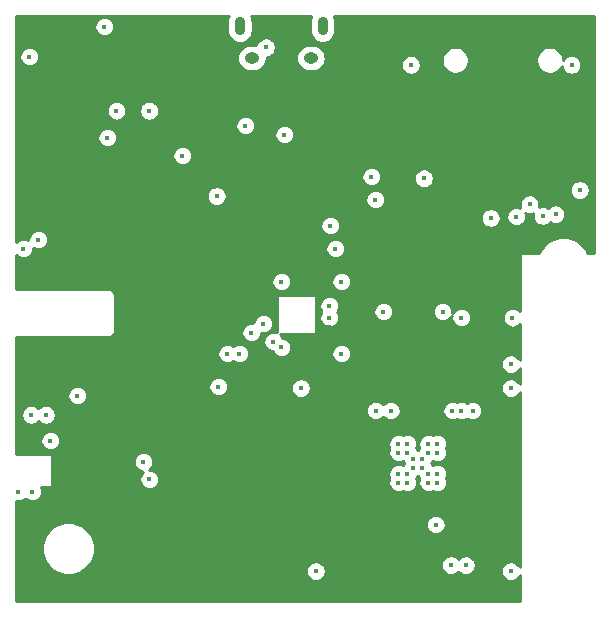
<source format=gbr>
%TF.GenerationSoftware,KiCad,Pcbnew,(5.1.10)-1*%
%TF.CreationDate,2021-12-18T14:31:07-08:00*%
%TF.ProjectId,ESP32_Playboard,45535033-325f-4506-9c61-79626f617264,rev?*%
%TF.SameCoordinates,Original*%
%TF.FileFunction,Copper,L3,Inr*%
%TF.FilePolarity,Positive*%
%FSLAX46Y46*%
G04 Gerber Fmt 4.6, Leading zero omitted, Abs format (unit mm)*
G04 Created by KiCad (PCBNEW (5.1.10)-1) date 2021-12-18 14:31:07*
%MOMM*%
%LPD*%
G01*
G04 APERTURE LIST*
%TA.AperFunction,ComponentPad*%
%ADD10O,0.890000X1.550000*%
%TD*%
%TA.AperFunction,ComponentPad*%
%ADD11O,1.250000X0.950000*%
%TD*%
%TA.AperFunction,ViaPad*%
%ADD12C,0.400000*%
%TD*%
%TA.AperFunction,Conductor*%
%ADD13C,0.254000*%
%TD*%
%TA.AperFunction,Conductor*%
%ADD14C,0.100000*%
%TD*%
G04 APERTURE END LIST*
D10*
%TO.N,Net-(J1-Pad6)*%
%TO.C,J1*%
X110038000Y-61692000D03*
X117038000Y-61692000D03*
D11*
X111038000Y-64392000D03*
X116038000Y-64392000D03*
%TD*%
D12*
%TO.N,GND*%
X124714000Y-99060000D03*
X125476000Y-98298000D03*
X124714000Y-98298000D03*
X125476000Y-99060000D03*
X124206000Y-100330000D03*
X124206000Y-99568000D03*
X124206000Y-97790000D03*
X125984000Y-97790000D03*
X125984000Y-99568000D03*
X125984000Y-100330000D03*
X126746000Y-99568000D03*
X126746000Y-97790000D03*
X125984000Y-97028000D03*
X124206000Y-97028000D03*
X123444000Y-97790000D03*
X123444000Y-99568000D03*
X126746000Y-100330000D03*
X123444000Y-100330000D03*
X126746000Y-97028000D03*
X123444000Y-97028000D03*
X98552000Y-61722000D03*
X92202000Y-64262000D03*
X102348000Y-68848000D03*
X99581968Y-68847968D03*
X98806000Y-71120000D03*
X92964000Y-79756000D03*
X91694000Y-80518000D03*
X110490000Y-70104000D03*
X113792000Y-70866000D03*
X112238009Y-63470009D03*
X124516000Y-64968000D03*
X138120028Y-64968000D03*
X125622000Y-74568000D03*
X138813960Y-75567960D03*
X134568000Y-76760046D03*
X133109000Y-86373000D03*
X132973979Y-90301979D03*
X132973978Y-92333978D03*
X115194023Y-92323965D03*
X132973995Y-107827995D03*
X93980000Y-96774000D03*
X92350000Y-94594000D03*
X93620000Y-94594000D03*
X96266000Y-92964000D03*
X113537994Y-83312006D03*
X118618000Y-83312000D03*
X110998000Y-87630000D03*
X118618000Y-89408000D03*
X113557986Y-88880014D03*
X117601982Y-85344000D03*
X117602000Y-86360000D03*
X108076983Y-76073017D03*
X121158000Y-74422000D03*
X121495996Y-76370000D03*
X118110000Y-80518000D03*
X117685962Y-78569990D03*
X92456000Y-101092000D03*
X91280945Y-101092000D03*
%TO.N,/REG_3V3*%
X96012000Y-66548000D03*
X99568000Y-66548000D03*
X97790000Y-66548000D03*
X93218000Y-66548000D03*
X91199014Y-66561014D03*
X94639991Y-64364009D03*
X94639984Y-68682022D03*
X132368000Y-74456000D03*
X115836993Y-81800993D03*
X119621014Y-87109014D03*
X116058000Y-83332000D03*
X96266000Y-82550000D03*
X98044000Y-92964000D03*
X91426995Y-96025005D03*
X105156000Y-105156000D03*
X105156000Y-106934000D03*
X131572000Y-90170000D03*
X131572000Y-86360000D03*
X130809968Y-87122000D03*
X131704019Y-92323981D03*
X117602000Y-87122000D03*
X91281000Y-97790000D03*
%TO.N,/SPI3_D1*%
X136768008Y-77607992D03*
X129734034Y-94234000D03*
%TO.N,/SPI3_D0*%
X135668000Y-77756012D03*
X128016000Y-94234000D03*
%TO.N,/SPI3_CLK*%
X133430571Y-77804569D03*
X122814000Y-94233994D03*
%TO.N,/SPI3_CS0*%
X131268004Y-77928012D03*
X121543997Y-94234004D03*
%TO.N,/SPI3_D3*%
X128778000Y-86360000D03*
X128778000Y-94234000D03*
%TO.N,/SPI3_D2*%
X127200001Y-85852000D03*
X126624008Y-103886000D03*
%TO.N,/GPIO0*%
X108204000Y-92202000D03*
X116463991Y-107827991D03*
%TO.N,/ESP_RX*%
X108966000Y-89408000D03*
X127893983Y-107310017D03*
%TO.N,/ESP_TX*%
X109982000Y-89408000D03*
X129164020Y-107320020D03*
%TO.N,/I2C0_SCL*%
X101866000Y-98564000D03*
X112014000Y-86868000D03*
%TO.N,/I2C0_SDA*%
X102369034Y-100064000D03*
X112857997Y-88392000D03*
%TO.N,/RESET*%
X105156000Y-72644000D03*
X122173998Y-85852000D03*
%TD*%
D13*
%TO.N,/REG_3V3*%
X109035384Y-60946702D02*
X108973627Y-61150283D01*
X108958000Y-61308949D01*
X108958000Y-62075050D01*
X108973627Y-62233716D01*
X109035383Y-62437297D01*
X109135668Y-62624919D01*
X109270630Y-62789370D01*
X109435081Y-62924332D01*
X109622702Y-63024617D01*
X109826283Y-63086373D01*
X110038000Y-63107225D01*
X110249716Y-63086373D01*
X110453297Y-63024617D01*
X110640919Y-62924332D01*
X110805370Y-62789370D01*
X110940332Y-62624919D01*
X111040617Y-62437298D01*
X111102373Y-62233717D01*
X111118000Y-62075051D01*
X111118000Y-61308950D01*
X111102373Y-61150284D01*
X111040617Y-60946702D01*
X110993205Y-60858000D01*
X116082796Y-60858000D01*
X116035384Y-60946702D01*
X115973627Y-61150283D01*
X115958000Y-61308949D01*
X115958000Y-62075050D01*
X115973627Y-62233716D01*
X116035383Y-62437297D01*
X116135668Y-62624919D01*
X116270630Y-62789370D01*
X116435081Y-62924332D01*
X116622702Y-63024617D01*
X116826283Y-63086373D01*
X117038000Y-63107225D01*
X117249716Y-63086373D01*
X117453297Y-63024617D01*
X117640919Y-62924332D01*
X117805370Y-62789370D01*
X117940332Y-62624919D01*
X118040617Y-62437298D01*
X118102373Y-62233717D01*
X118118000Y-62075051D01*
X118118000Y-61308950D01*
X118102373Y-61150284D01*
X118040617Y-60946702D01*
X117993205Y-60858000D01*
X140056000Y-60858000D01*
X140056000Y-80899000D01*
X139464910Y-80899000D01*
X139394631Y-80729331D01*
X139150038Y-80363271D01*
X138838729Y-80051962D01*
X138472669Y-79807369D01*
X138065925Y-79638890D01*
X137634128Y-79553000D01*
X137193872Y-79553000D01*
X136762075Y-79638890D01*
X136355331Y-79807369D01*
X135989271Y-80051962D01*
X135677962Y-80363271D01*
X135433369Y-80729331D01*
X135363090Y-80899000D01*
X133858000Y-80899000D01*
X133833224Y-80901440D01*
X133809399Y-80908667D01*
X133787443Y-80920403D01*
X133768197Y-80936197D01*
X133752403Y-80955443D01*
X133740667Y-80977399D01*
X133733440Y-81001224D01*
X133731000Y-81026000D01*
X133731000Y-85814132D01*
X133641281Y-85724413D01*
X133504521Y-85633033D01*
X133352560Y-85570089D01*
X133191240Y-85538000D01*
X133026760Y-85538000D01*
X132865440Y-85570089D01*
X132713479Y-85633033D01*
X132576719Y-85724413D01*
X132460413Y-85840719D01*
X132369033Y-85977479D01*
X132306089Y-86129440D01*
X132274000Y-86290760D01*
X132274000Y-86455240D01*
X132306089Y-86616560D01*
X132369033Y-86768521D01*
X132460413Y-86905281D01*
X132576719Y-87021587D01*
X132713479Y-87112967D01*
X132865440Y-87175911D01*
X133026760Y-87208000D01*
X133191240Y-87208000D01*
X133352560Y-87175911D01*
X133504521Y-87112967D01*
X133641281Y-87021587D01*
X133731000Y-86931868D01*
X133731000Y-89947630D01*
X133713946Y-89906458D01*
X133622566Y-89769698D01*
X133506260Y-89653392D01*
X133369500Y-89562012D01*
X133217539Y-89499068D01*
X133056219Y-89466979D01*
X132891739Y-89466979D01*
X132730419Y-89499068D01*
X132578458Y-89562012D01*
X132441698Y-89653392D01*
X132325392Y-89769698D01*
X132234012Y-89906458D01*
X132171068Y-90058419D01*
X132138979Y-90219739D01*
X132138979Y-90384219D01*
X132171068Y-90545539D01*
X132234012Y-90697500D01*
X132325392Y-90834260D01*
X132441698Y-90950566D01*
X132578458Y-91041946D01*
X132730419Y-91104890D01*
X132891739Y-91136979D01*
X133056219Y-91136979D01*
X133217539Y-91104890D01*
X133369500Y-91041946D01*
X133506260Y-90950566D01*
X133622566Y-90834260D01*
X133713946Y-90697500D01*
X133731000Y-90656328D01*
X133731000Y-91979632D01*
X133713945Y-91938457D01*
X133622565Y-91801697D01*
X133506259Y-91685391D01*
X133369499Y-91594011D01*
X133217538Y-91531067D01*
X133056218Y-91498978D01*
X132891738Y-91498978D01*
X132730418Y-91531067D01*
X132578457Y-91594011D01*
X132441697Y-91685391D01*
X132325391Y-91801697D01*
X132234011Y-91938457D01*
X132171067Y-92090418D01*
X132138978Y-92251738D01*
X132138978Y-92416218D01*
X132171067Y-92577538D01*
X132234011Y-92729499D01*
X132325391Y-92866259D01*
X132441697Y-92982565D01*
X132578457Y-93073945D01*
X132730418Y-93136889D01*
X132891738Y-93168978D01*
X133056218Y-93168978D01*
X133217538Y-93136889D01*
X133369499Y-93073945D01*
X133506259Y-92982565D01*
X133622565Y-92866259D01*
X133713945Y-92729499D01*
X133731000Y-92688324D01*
X133731000Y-107473608D01*
X133713962Y-107432474D01*
X133622582Y-107295714D01*
X133506276Y-107179408D01*
X133369516Y-107088028D01*
X133217555Y-107025084D01*
X133056235Y-106992995D01*
X132891755Y-106992995D01*
X132730435Y-107025084D01*
X132578474Y-107088028D01*
X132441714Y-107179408D01*
X132325408Y-107295714D01*
X132234028Y-107432474D01*
X132171084Y-107584435D01*
X132138995Y-107745755D01*
X132138995Y-107910235D01*
X132171084Y-108071555D01*
X132234028Y-108223516D01*
X132325408Y-108360276D01*
X132441714Y-108476582D01*
X132578474Y-108567962D01*
X132730435Y-108630906D01*
X132891755Y-108662995D01*
X133056235Y-108662995D01*
X133217555Y-108630906D01*
X133369516Y-108567962D01*
X133506276Y-108476582D01*
X133622582Y-108360276D01*
X133713962Y-108223516D01*
X133731000Y-108182382D01*
X133731000Y-110338000D01*
X91084000Y-110338000D01*
X91084000Y-105697872D01*
X93269000Y-105697872D01*
X93269000Y-106138128D01*
X93354890Y-106569925D01*
X93523369Y-106976669D01*
X93767962Y-107342729D01*
X94079271Y-107654038D01*
X94445331Y-107898631D01*
X94852075Y-108067110D01*
X95283872Y-108153000D01*
X95724128Y-108153000D01*
X96155925Y-108067110D01*
X96562669Y-107898631D01*
X96791470Y-107745751D01*
X115628991Y-107745751D01*
X115628991Y-107910231D01*
X115661080Y-108071551D01*
X115724024Y-108223512D01*
X115815404Y-108360272D01*
X115931710Y-108476578D01*
X116068470Y-108567958D01*
X116220431Y-108630902D01*
X116381751Y-108662991D01*
X116546231Y-108662991D01*
X116707551Y-108630902D01*
X116859512Y-108567958D01*
X116996272Y-108476578D01*
X117112578Y-108360272D01*
X117203958Y-108223512D01*
X117266902Y-108071551D01*
X117298991Y-107910231D01*
X117298991Y-107745751D01*
X117266902Y-107584431D01*
X117203958Y-107432470D01*
X117112578Y-107295710D01*
X117044645Y-107227777D01*
X127058983Y-107227777D01*
X127058983Y-107392257D01*
X127091072Y-107553577D01*
X127154016Y-107705538D01*
X127245396Y-107842298D01*
X127361702Y-107958604D01*
X127498462Y-108049984D01*
X127650423Y-108112928D01*
X127811743Y-108145017D01*
X127976223Y-108145017D01*
X128137543Y-108112928D01*
X128289504Y-108049984D01*
X128426264Y-107958604D01*
X128524000Y-107860868D01*
X128631739Y-107968607D01*
X128768499Y-108059987D01*
X128920460Y-108122931D01*
X129081780Y-108155020D01*
X129246260Y-108155020D01*
X129407580Y-108122931D01*
X129559541Y-108059987D01*
X129696301Y-107968607D01*
X129812607Y-107852301D01*
X129903987Y-107715541D01*
X129966931Y-107563580D01*
X129999020Y-107402260D01*
X129999020Y-107237780D01*
X129966931Y-107076460D01*
X129903987Y-106924499D01*
X129812607Y-106787739D01*
X129696301Y-106671433D01*
X129559541Y-106580053D01*
X129407580Y-106517109D01*
X129246260Y-106485020D01*
X129081780Y-106485020D01*
X128920460Y-106517109D01*
X128768499Y-106580053D01*
X128631739Y-106671433D01*
X128534003Y-106769169D01*
X128426264Y-106661430D01*
X128289504Y-106570050D01*
X128137543Y-106507106D01*
X127976223Y-106475017D01*
X127811743Y-106475017D01*
X127650423Y-106507106D01*
X127498462Y-106570050D01*
X127361702Y-106661430D01*
X127245396Y-106777736D01*
X127154016Y-106914496D01*
X127091072Y-107066457D01*
X127058983Y-107227777D01*
X117044645Y-107227777D01*
X116996272Y-107179404D01*
X116859512Y-107088024D01*
X116707551Y-107025080D01*
X116546231Y-106992991D01*
X116381751Y-106992991D01*
X116220431Y-107025080D01*
X116068470Y-107088024D01*
X115931710Y-107179404D01*
X115815404Y-107295710D01*
X115724024Y-107432470D01*
X115661080Y-107584431D01*
X115628991Y-107745751D01*
X96791470Y-107745751D01*
X96928729Y-107654038D01*
X97240038Y-107342729D01*
X97484631Y-106976669D01*
X97653110Y-106569925D01*
X97739000Y-106138128D01*
X97739000Y-105697872D01*
X97653110Y-105266075D01*
X97484631Y-104859331D01*
X97240038Y-104493271D01*
X96928729Y-104181962D01*
X96562669Y-103937369D01*
X96240109Y-103803760D01*
X125789008Y-103803760D01*
X125789008Y-103968240D01*
X125821097Y-104129560D01*
X125884041Y-104281521D01*
X125975421Y-104418281D01*
X126091727Y-104534587D01*
X126228487Y-104625967D01*
X126380448Y-104688911D01*
X126541768Y-104721000D01*
X126706248Y-104721000D01*
X126867568Y-104688911D01*
X127019529Y-104625967D01*
X127156289Y-104534587D01*
X127272595Y-104418281D01*
X127363975Y-104281521D01*
X127426919Y-104129560D01*
X127459008Y-103968240D01*
X127459008Y-103803760D01*
X127426919Y-103642440D01*
X127363975Y-103490479D01*
X127272595Y-103353719D01*
X127156289Y-103237413D01*
X127019529Y-103146033D01*
X126867568Y-103083089D01*
X126706248Y-103051000D01*
X126541768Y-103051000D01*
X126380448Y-103083089D01*
X126228487Y-103146033D01*
X126091727Y-103237413D01*
X125975421Y-103353719D01*
X125884041Y-103490479D01*
X125821097Y-103642440D01*
X125789008Y-103803760D01*
X96240109Y-103803760D01*
X96155925Y-103768890D01*
X95724128Y-103683000D01*
X95283872Y-103683000D01*
X94852075Y-103768890D01*
X94445331Y-103937369D01*
X94079271Y-104181962D01*
X93767962Y-104493271D01*
X93523369Y-104859331D01*
X93354890Y-105266075D01*
X93269000Y-105697872D01*
X91084000Y-105697872D01*
X91084000Y-101904183D01*
X91198705Y-101927000D01*
X91363185Y-101927000D01*
X91524505Y-101894911D01*
X91676466Y-101831967D01*
X91813226Y-101740587D01*
X91868473Y-101685341D01*
X91923719Y-101740587D01*
X92060479Y-101831967D01*
X92212440Y-101894911D01*
X92373760Y-101927000D01*
X92538240Y-101927000D01*
X92699560Y-101894911D01*
X92851521Y-101831967D01*
X92988281Y-101740587D01*
X93104587Y-101624281D01*
X93195967Y-101487521D01*
X93258911Y-101335560D01*
X93291000Y-101174240D01*
X93291000Y-101009760D01*
X93258911Y-100848440D01*
X93201982Y-100711000D01*
X93980000Y-100711000D01*
X94004776Y-100708560D01*
X94028601Y-100701333D01*
X94050557Y-100689597D01*
X94069803Y-100673803D01*
X94085597Y-100654557D01*
X94097333Y-100632601D01*
X94104560Y-100608776D01*
X94107000Y-100584000D01*
X94107000Y-98481760D01*
X101031000Y-98481760D01*
X101031000Y-98646240D01*
X101063089Y-98807560D01*
X101126033Y-98959521D01*
X101217413Y-99096281D01*
X101333719Y-99212587D01*
X101470479Y-99303967D01*
X101622440Y-99366911D01*
X101783760Y-99399000D01*
X101861317Y-99399000D01*
X101836753Y-99415413D01*
X101720447Y-99531719D01*
X101629067Y-99668479D01*
X101566123Y-99820440D01*
X101534034Y-99981760D01*
X101534034Y-100146240D01*
X101566123Y-100307560D01*
X101629067Y-100459521D01*
X101720447Y-100596281D01*
X101836753Y-100712587D01*
X101973513Y-100803967D01*
X102125474Y-100866911D01*
X102286794Y-100899000D01*
X102451274Y-100899000D01*
X102612594Y-100866911D01*
X102764555Y-100803967D01*
X102901315Y-100712587D01*
X103017621Y-100596281D01*
X103109001Y-100459521D01*
X103171945Y-100307560D01*
X103204034Y-100146240D01*
X103204034Y-99981760D01*
X103171945Y-99820440D01*
X103109001Y-99668479D01*
X103017621Y-99531719D01*
X102901315Y-99415413D01*
X102764555Y-99324033D01*
X102612594Y-99261089D01*
X102451274Y-99229000D01*
X102373717Y-99229000D01*
X102398281Y-99212587D01*
X102514587Y-99096281D01*
X102605967Y-98959521D01*
X102668911Y-98807560D01*
X102701000Y-98646240D01*
X102701000Y-98481760D01*
X102668911Y-98320440D01*
X102605967Y-98168479D01*
X102514587Y-98031719D01*
X102398281Y-97915413D01*
X102261521Y-97824033D01*
X102109560Y-97761089D01*
X101948240Y-97729000D01*
X101783760Y-97729000D01*
X101622440Y-97761089D01*
X101470479Y-97824033D01*
X101333719Y-97915413D01*
X101217413Y-98031719D01*
X101126033Y-98168479D01*
X101063089Y-98320440D01*
X101031000Y-98481760D01*
X94107000Y-98481760D01*
X94107000Y-98044000D01*
X94104560Y-98019224D01*
X94097333Y-97995399D01*
X94085597Y-97973443D01*
X94069803Y-97954197D01*
X94050557Y-97938403D01*
X94028601Y-97926667D01*
X94004776Y-97919440D01*
X93980000Y-97917000D01*
X91084000Y-97917000D01*
X91084000Y-96691760D01*
X93145000Y-96691760D01*
X93145000Y-96856240D01*
X93177089Y-97017560D01*
X93240033Y-97169521D01*
X93331413Y-97306281D01*
X93447719Y-97422587D01*
X93584479Y-97513967D01*
X93736440Y-97576911D01*
X93897760Y-97609000D01*
X94062240Y-97609000D01*
X94223560Y-97576911D01*
X94375521Y-97513967D01*
X94512281Y-97422587D01*
X94628587Y-97306281D01*
X94719967Y-97169521D01*
X94782911Y-97017560D01*
X94797193Y-96945760D01*
X122609000Y-96945760D01*
X122609000Y-97110240D01*
X122641089Y-97271560D01*
X122698018Y-97409000D01*
X122641089Y-97546440D01*
X122609000Y-97707760D01*
X122609000Y-97872240D01*
X122641089Y-98033560D01*
X122704033Y-98185521D01*
X122795413Y-98322281D01*
X122911719Y-98438587D01*
X123048479Y-98529967D01*
X123200440Y-98592911D01*
X123361760Y-98625000D01*
X123526240Y-98625000D01*
X123687560Y-98592911D01*
X123825000Y-98535982D01*
X123926129Y-98577871D01*
X123968018Y-98679000D01*
X123926129Y-98780129D01*
X123825000Y-98822018D01*
X123687560Y-98765089D01*
X123526240Y-98733000D01*
X123361760Y-98733000D01*
X123200440Y-98765089D01*
X123048479Y-98828033D01*
X122911719Y-98919413D01*
X122795413Y-99035719D01*
X122704033Y-99172479D01*
X122641089Y-99324440D01*
X122609000Y-99485760D01*
X122609000Y-99650240D01*
X122641089Y-99811560D01*
X122698018Y-99949000D01*
X122641089Y-100086440D01*
X122609000Y-100247760D01*
X122609000Y-100412240D01*
X122641089Y-100573560D01*
X122704033Y-100725521D01*
X122795413Y-100862281D01*
X122911719Y-100978587D01*
X123048479Y-101069967D01*
X123200440Y-101132911D01*
X123361760Y-101165000D01*
X123526240Y-101165000D01*
X123687560Y-101132911D01*
X123825000Y-101075982D01*
X123962440Y-101132911D01*
X124123760Y-101165000D01*
X124288240Y-101165000D01*
X124449560Y-101132911D01*
X124601521Y-101069967D01*
X124738281Y-100978587D01*
X124854587Y-100862281D01*
X124945967Y-100725521D01*
X125008911Y-100573560D01*
X125041000Y-100412240D01*
X125041000Y-100247760D01*
X125008911Y-100086440D01*
X124951982Y-99949000D01*
X124993871Y-99847871D01*
X125095000Y-99805982D01*
X125196129Y-99847871D01*
X125238018Y-99949000D01*
X125181089Y-100086440D01*
X125149000Y-100247760D01*
X125149000Y-100412240D01*
X125181089Y-100573560D01*
X125244033Y-100725521D01*
X125335413Y-100862281D01*
X125451719Y-100978587D01*
X125588479Y-101069967D01*
X125740440Y-101132911D01*
X125901760Y-101165000D01*
X126066240Y-101165000D01*
X126227560Y-101132911D01*
X126365000Y-101075982D01*
X126502440Y-101132911D01*
X126663760Y-101165000D01*
X126828240Y-101165000D01*
X126989560Y-101132911D01*
X127141521Y-101069967D01*
X127278281Y-100978587D01*
X127394587Y-100862281D01*
X127485967Y-100725521D01*
X127548911Y-100573560D01*
X127581000Y-100412240D01*
X127581000Y-100247760D01*
X127548911Y-100086440D01*
X127491982Y-99949000D01*
X127548911Y-99811560D01*
X127581000Y-99650240D01*
X127581000Y-99485760D01*
X127548911Y-99324440D01*
X127485967Y-99172479D01*
X127394587Y-99035719D01*
X127278281Y-98919413D01*
X127141521Y-98828033D01*
X126989560Y-98765089D01*
X126828240Y-98733000D01*
X126663760Y-98733000D01*
X126502440Y-98765089D01*
X126365000Y-98822018D01*
X126263871Y-98780129D01*
X126221982Y-98679000D01*
X126263871Y-98577871D01*
X126365000Y-98535982D01*
X126502440Y-98592911D01*
X126663760Y-98625000D01*
X126828240Y-98625000D01*
X126989560Y-98592911D01*
X127141521Y-98529967D01*
X127278281Y-98438587D01*
X127394587Y-98322281D01*
X127485967Y-98185521D01*
X127548911Y-98033560D01*
X127581000Y-97872240D01*
X127581000Y-97707760D01*
X127548911Y-97546440D01*
X127491982Y-97409000D01*
X127548911Y-97271560D01*
X127581000Y-97110240D01*
X127581000Y-96945760D01*
X127548911Y-96784440D01*
X127485967Y-96632479D01*
X127394587Y-96495719D01*
X127278281Y-96379413D01*
X127141521Y-96288033D01*
X126989560Y-96225089D01*
X126828240Y-96193000D01*
X126663760Y-96193000D01*
X126502440Y-96225089D01*
X126365000Y-96282018D01*
X126227560Y-96225089D01*
X126066240Y-96193000D01*
X125901760Y-96193000D01*
X125740440Y-96225089D01*
X125588479Y-96288033D01*
X125451719Y-96379413D01*
X125335413Y-96495719D01*
X125244033Y-96632479D01*
X125181089Y-96784440D01*
X125149000Y-96945760D01*
X125149000Y-97110240D01*
X125181089Y-97271560D01*
X125238018Y-97409000D01*
X125196129Y-97510129D01*
X125095000Y-97552018D01*
X124993871Y-97510129D01*
X124951982Y-97409000D01*
X125008911Y-97271560D01*
X125041000Y-97110240D01*
X125041000Y-96945760D01*
X125008911Y-96784440D01*
X124945967Y-96632479D01*
X124854587Y-96495719D01*
X124738281Y-96379413D01*
X124601521Y-96288033D01*
X124449560Y-96225089D01*
X124288240Y-96193000D01*
X124123760Y-96193000D01*
X123962440Y-96225089D01*
X123825000Y-96282018D01*
X123687560Y-96225089D01*
X123526240Y-96193000D01*
X123361760Y-96193000D01*
X123200440Y-96225089D01*
X123048479Y-96288033D01*
X122911719Y-96379413D01*
X122795413Y-96495719D01*
X122704033Y-96632479D01*
X122641089Y-96784440D01*
X122609000Y-96945760D01*
X94797193Y-96945760D01*
X94815000Y-96856240D01*
X94815000Y-96691760D01*
X94782911Y-96530440D01*
X94719967Y-96378479D01*
X94628587Y-96241719D01*
X94512281Y-96125413D01*
X94375521Y-96034033D01*
X94223560Y-95971089D01*
X94062240Y-95939000D01*
X93897760Y-95939000D01*
X93736440Y-95971089D01*
X93584479Y-96034033D01*
X93447719Y-96125413D01*
X93331413Y-96241719D01*
X93240033Y-96378479D01*
X93177089Y-96530440D01*
X93145000Y-96691760D01*
X91084000Y-96691760D01*
X91084000Y-94511760D01*
X91515000Y-94511760D01*
X91515000Y-94676240D01*
X91547089Y-94837560D01*
X91610033Y-94989521D01*
X91701413Y-95126281D01*
X91817719Y-95242587D01*
X91954479Y-95333967D01*
X92106440Y-95396911D01*
X92267760Y-95429000D01*
X92432240Y-95429000D01*
X92593560Y-95396911D01*
X92745521Y-95333967D01*
X92882281Y-95242587D01*
X92985000Y-95139868D01*
X93087719Y-95242587D01*
X93224479Y-95333967D01*
X93376440Y-95396911D01*
X93537760Y-95429000D01*
X93702240Y-95429000D01*
X93863560Y-95396911D01*
X94015521Y-95333967D01*
X94152281Y-95242587D01*
X94268587Y-95126281D01*
X94359967Y-94989521D01*
X94422911Y-94837560D01*
X94455000Y-94676240D01*
X94455000Y-94511760D01*
X94422911Y-94350440D01*
X94359967Y-94198479D01*
X94328754Y-94151764D01*
X120708997Y-94151764D01*
X120708997Y-94316244D01*
X120741086Y-94477564D01*
X120804030Y-94629525D01*
X120895410Y-94766285D01*
X121011716Y-94882591D01*
X121148476Y-94973971D01*
X121300437Y-95036915D01*
X121461757Y-95069004D01*
X121626237Y-95069004D01*
X121787557Y-95036915D01*
X121939518Y-94973971D01*
X122076278Y-94882591D01*
X122179004Y-94779866D01*
X122281719Y-94882581D01*
X122418479Y-94973961D01*
X122570440Y-95036905D01*
X122731760Y-95068994D01*
X122896240Y-95068994D01*
X123057560Y-95036905D01*
X123209521Y-94973961D01*
X123346281Y-94882581D01*
X123462587Y-94766275D01*
X123553967Y-94629515D01*
X123616911Y-94477554D01*
X123649000Y-94316234D01*
X123649000Y-94151760D01*
X127181000Y-94151760D01*
X127181000Y-94316240D01*
X127213089Y-94477560D01*
X127276033Y-94629521D01*
X127367413Y-94766281D01*
X127483719Y-94882587D01*
X127620479Y-94973967D01*
X127772440Y-95036911D01*
X127933760Y-95069000D01*
X128098240Y-95069000D01*
X128259560Y-95036911D01*
X128397000Y-94979982D01*
X128534440Y-95036911D01*
X128695760Y-95069000D01*
X128860240Y-95069000D01*
X129021560Y-95036911D01*
X129173521Y-94973967D01*
X129256017Y-94918845D01*
X129338513Y-94973967D01*
X129490474Y-95036911D01*
X129651794Y-95069000D01*
X129816274Y-95069000D01*
X129977594Y-95036911D01*
X130129555Y-94973967D01*
X130266315Y-94882587D01*
X130382621Y-94766281D01*
X130474001Y-94629521D01*
X130536945Y-94477560D01*
X130569034Y-94316240D01*
X130569034Y-94151760D01*
X130536945Y-93990440D01*
X130474001Y-93838479D01*
X130382621Y-93701719D01*
X130266315Y-93585413D01*
X130129555Y-93494033D01*
X129977594Y-93431089D01*
X129816274Y-93399000D01*
X129651794Y-93399000D01*
X129490474Y-93431089D01*
X129338513Y-93494033D01*
X129256017Y-93549155D01*
X129173521Y-93494033D01*
X129021560Y-93431089D01*
X128860240Y-93399000D01*
X128695760Y-93399000D01*
X128534440Y-93431089D01*
X128397000Y-93488018D01*
X128259560Y-93431089D01*
X128098240Y-93399000D01*
X127933760Y-93399000D01*
X127772440Y-93431089D01*
X127620479Y-93494033D01*
X127483719Y-93585413D01*
X127367413Y-93701719D01*
X127276033Y-93838479D01*
X127213089Y-93990440D01*
X127181000Y-94151760D01*
X123649000Y-94151760D01*
X123649000Y-94151754D01*
X123616911Y-93990434D01*
X123553967Y-93838473D01*
X123462587Y-93701713D01*
X123346281Y-93585407D01*
X123209521Y-93494027D01*
X123057560Y-93431083D01*
X122896240Y-93398994D01*
X122731760Y-93398994D01*
X122570440Y-93431083D01*
X122418479Y-93494027D01*
X122281719Y-93585407D01*
X122178994Y-93688133D01*
X122076278Y-93585417D01*
X121939518Y-93494037D01*
X121787557Y-93431093D01*
X121626237Y-93399004D01*
X121461757Y-93399004D01*
X121300437Y-93431093D01*
X121148476Y-93494037D01*
X121011716Y-93585417D01*
X120895410Y-93701723D01*
X120804030Y-93838483D01*
X120741086Y-93990444D01*
X120708997Y-94151764D01*
X94328754Y-94151764D01*
X94268587Y-94061719D01*
X94152281Y-93945413D01*
X94015521Y-93854033D01*
X93863560Y-93791089D01*
X93702240Y-93759000D01*
X93537760Y-93759000D01*
X93376440Y-93791089D01*
X93224479Y-93854033D01*
X93087719Y-93945413D01*
X92985000Y-94048132D01*
X92882281Y-93945413D01*
X92745521Y-93854033D01*
X92593560Y-93791089D01*
X92432240Y-93759000D01*
X92267760Y-93759000D01*
X92106440Y-93791089D01*
X91954479Y-93854033D01*
X91817719Y-93945413D01*
X91701413Y-94061719D01*
X91610033Y-94198479D01*
X91547089Y-94350440D01*
X91515000Y-94511760D01*
X91084000Y-94511760D01*
X91084000Y-92881760D01*
X95431000Y-92881760D01*
X95431000Y-93046240D01*
X95463089Y-93207560D01*
X95526033Y-93359521D01*
X95617413Y-93496281D01*
X95733719Y-93612587D01*
X95870479Y-93703967D01*
X96022440Y-93766911D01*
X96183760Y-93799000D01*
X96348240Y-93799000D01*
X96509560Y-93766911D01*
X96661521Y-93703967D01*
X96798281Y-93612587D01*
X96914587Y-93496281D01*
X97005967Y-93359521D01*
X97068911Y-93207560D01*
X97101000Y-93046240D01*
X97101000Y-92881760D01*
X97068911Y-92720440D01*
X97005967Y-92568479D01*
X96914587Y-92431719D01*
X96798281Y-92315413D01*
X96661521Y-92224033D01*
X96509560Y-92161089D01*
X96348240Y-92129000D01*
X96183760Y-92129000D01*
X96022440Y-92161089D01*
X95870479Y-92224033D01*
X95733719Y-92315413D01*
X95617413Y-92431719D01*
X95526033Y-92568479D01*
X95463089Y-92720440D01*
X95431000Y-92881760D01*
X91084000Y-92881760D01*
X91084000Y-92119760D01*
X107369000Y-92119760D01*
X107369000Y-92284240D01*
X107401089Y-92445560D01*
X107464033Y-92597521D01*
X107555413Y-92734281D01*
X107671719Y-92850587D01*
X107808479Y-92941967D01*
X107960440Y-93004911D01*
X108121760Y-93037000D01*
X108286240Y-93037000D01*
X108447560Y-93004911D01*
X108599521Y-92941967D01*
X108736281Y-92850587D01*
X108852587Y-92734281D01*
X108943967Y-92597521D01*
X109006911Y-92445560D01*
X109039000Y-92284240D01*
X109039000Y-92241725D01*
X114359023Y-92241725D01*
X114359023Y-92406205D01*
X114391112Y-92567525D01*
X114454056Y-92719486D01*
X114545436Y-92856246D01*
X114661742Y-92972552D01*
X114798502Y-93063932D01*
X114950463Y-93126876D01*
X115111783Y-93158965D01*
X115276263Y-93158965D01*
X115437583Y-93126876D01*
X115589544Y-93063932D01*
X115726304Y-92972552D01*
X115842610Y-92856246D01*
X115933990Y-92719486D01*
X115996934Y-92567525D01*
X116029023Y-92406205D01*
X116029023Y-92241725D01*
X115996934Y-92080405D01*
X115933990Y-91928444D01*
X115842610Y-91791684D01*
X115726304Y-91675378D01*
X115589544Y-91583998D01*
X115437583Y-91521054D01*
X115276263Y-91488965D01*
X115111783Y-91488965D01*
X114950463Y-91521054D01*
X114798502Y-91583998D01*
X114661742Y-91675378D01*
X114545436Y-91791684D01*
X114454056Y-91928444D01*
X114391112Y-92080405D01*
X114359023Y-92241725D01*
X109039000Y-92241725D01*
X109039000Y-92119760D01*
X109006911Y-91958440D01*
X108943967Y-91806479D01*
X108852587Y-91669719D01*
X108736281Y-91553413D01*
X108599521Y-91462033D01*
X108447560Y-91399089D01*
X108286240Y-91367000D01*
X108121760Y-91367000D01*
X107960440Y-91399089D01*
X107808479Y-91462033D01*
X107671719Y-91553413D01*
X107555413Y-91669719D01*
X107464033Y-91806479D01*
X107401089Y-91958440D01*
X107369000Y-92119760D01*
X91084000Y-92119760D01*
X91084000Y-89325760D01*
X108131000Y-89325760D01*
X108131000Y-89490240D01*
X108163089Y-89651560D01*
X108226033Y-89803521D01*
X108317413Y-89940281D01*
X108433719Y-90056587D01*
X108570479Y-90147967D01*
X108722440Y-90210911D01*
X108883760Y-90243000D01*
X109048240Y-90243000D01*
X109209560Y-90210911D01*
X109361521Y-90147967D01*
X109474000Y-90072811D01*
X109586479Y-90147967D01*
X109738440Y-90210911D01*
X109899760Y-90243000D01*
X110064240Y-90243000D01*
X110225560Y-90210911D01*
X110377521Y-90147967D01*
X110514281Y-90056587D01*
X110630587Y-89940281D01*
X110721967Y-89803521D01*
X110784911Y-89651560D01*
X110817000Y-89490240D01*
X110817000Y-89325760D01*
X110784911Y-89164440D01*
X110721967Y-89012479D01*
X110630587Y-88875719D01*
X110514281Y-88759413D01*
X110377521Y-88668033D01*
X110225560Y-88605089D01*
X110064240Y-88573000D01*
X109899760Y-88573000D01*
X109738440Y-88605089D01*
X109586479Y-88668033D01*
X109474000Y-88743189D01*
X109361521Y-88668033D01*
X109209560Y-88605089D01*
X109048240Y-88573000D01*
X108883760Y-88573000D01*
X108722440Y-88605089D01*
X108570479Y-88668033D01*
X108433719Y-88759413D01*
X108317413Y-88875719D01*
X108226033Y-89012479D01*
X108163089Y-89164440D01*
X108131000Y-89325760D01*
X91084000Y-89325760D01*
X91084000Y-88036000D01*
X98773581Y-88036000D01*
X98806000Y-88039193D01*
X98838419Y-88036000D01*
X98935383Y-88026450D01*
X99059793Y-87988710D01*
X99174450Y-87927425D01*
X99274948Y-87844948D01*
X99357425Y-87744450D01*
X99418710Y-87629793D01*
X99443594Y-87547760D01*
X110163000Y-87547760D01*
X110163000Y-87712240D01*
X110195089Y-87873560D01*
X110258033Y-88025521D01*
X110349413Y-88162281D01*
X110465719Y-88278587D01*
X110602479Y-88369967D01*
X110754440Y-88432911D01*
X110915760Y-88465000D01*
X111080240Y-88465000D01*
X111241560Y-88432911D01*
X111393521Y-88369967D01*
X111483627Y-88309760D01*
X112022997Y-88309760D01*
X112022997Y-88474240D01*
X112055086Y-88635560D01*
X112118030Y-88787521D01*
X112209410Y-88924281D01*
X112325716Y-89040587D01*
X112462476Y-89131967D01*
X112614437Y-89194911D01*
X112775757Y-89227000D01*
X112797915Y-89227000D01*
X112818019Y-89275535D01*
X112909399Y-89412295D01*
X113025705Y-89528601D01*
X113162465Y-89619981D01*
X113314426Y-89682925D01*
X113475746Y-89715014D01*
X113640226Y-89715014D01*
X113801546Y-89682925D01*
X113953507Y-89619981D01*
X114090267Y-89528601D01*
X114206573Y-89412295D01*
X114264393Y-89325760D01*
X117783000Y-89325760D01*
X117783000Y-89490240D01*
X117815089Y-89651560D01*
X117878033Y-89803521D01*
X117969413Y-89940281D01*
X118085719Y-90056587D01*
X118222479Y-90147967D01*
X118374440Y-90210911D01*
X118535760Y-90243000D01*
X118700240Y-90243000D01*
X118861560Y-90210911D01*
X119013521Y-90147967D01*
X119150281Y-90056587D01*
X119266587Y-89940281D01*
X119357967Y-89803521D01*
X119420911Y-89651560D01*
X119453000Y-89490240D01*
X119453000Y-89325760D01*
X119420911Y-89164440D01*
X119357967Y-89012479D01*
X119266587Y-88875719D01*
X119150281Y-88759413D01*
X119013521Y-88668033D01*
X118861560Y-88605089D01*
X118700240Y-88573000D01*
X118535760Y-88573000D01*
X118374440Y-88605089D01*
X118222479Y-88668033D01*
X118085719Y-88759413D01*
X117969413Y-88875719D01*
X117878033Y-89012479D01*
X117815089Y-89164440D01*
X117783000Y-89325760D01*
X114264393Y-89325760D01*
X114297953Y-89275535D01*
X114360897Y-89123574D01*
X114392986Y-88962254D01*
X114392986Y-88797774D01*
X114360897Y-88636454D01*
X114297953Y-88484493D01*
X114206573Y-88347733D01*
X114090267Y-88231427D01*
X113953507Y-88140047D01*
X113801546Y-88077103D01*
X113640226Y-88045014D01*
X113618068Y-88045014D01*
X113597964Y-87996479D01*
X113506584Y-87859719D01*
X113403865Y-87757000D01*
X116332000Y-87757000D01*
X116356776Y-87754560D01*
X116380601Y-87747333D01*
X116402557Y-87735597D01*
X116421803Y-87719803D01*
X116437597Y-87700557D01*
X116449333Y-87678601D01*
X116456560Y-87654776D01*
X116459000Y-87630000D01*
X116459000Y-85261760D01*
X116766982Y-85261760D01*
X116766982Y-85426240D01*
X116799071Y-85587560D01*
X116862015Y-85739521D01*
X116937180Y-85852013D01*
X116862033Y-85964479D01*
X116799089Y-86116440D01*
X116767000Y-86277760D01*
X116767000Y-86442240D01*
X116799089Y-86603560D01*
X116862033Y-86755521D01*
X116953413Y-86892281D01*
X117069719Y-87008587D01*
X117206479Y-87099967D01*
X117358440Y-87162911D01*
X117519760Y-87195000D01*
X117684240Y-87195000D01*
X117845560Y-87162911D01*
X117997521Y-87099967D01*
X118134281Y-87008587D01*
X118250587Y-86892281D01*
X118341967Y-86755521D01*
X118404911Y-86603560D01*
X118437000Y-86442240D01*
X118437000Y-86277760D01*
X118404911Y-86116440D01*
X118341967Y-85964479D01*
X118266802Y-85851987D01*
X118321744Y-85769760D01*
X121338998Y-85769760D01*
X121338998Y-85934240D01*
X121371087Y-86095560D01*
X121434031Y-86247521D01*
X121525411Y-86384281D01*
X121641717Y-86500587D01*
X121778477Y-86591967D01*
X121930438Y-86654911D01*
X122091758Y-86687000D01*
X122256238Y-86687000D01*
X122417558Y-86654911D01*
X122569519Y-86591967D01*
X122706279Y-86500587D01*
X122822585Y-86384281D01*
X122913965Y-86247521D01*
X122976909Y-86095560D01*
X123008998Y-85934240D01*
X123008998Y-85769760D01*
X126365001Y-85769760D01*
X126365001Y-85934240D01*
X126397090Y-86095560D01*
X126460034Y-86247521D01*
X126551414Y-86384281D01*
X126667720Y-86500587D01*
X126804480Y-86591967D01*
X126956441Y-86654911D01*
X127117761Y-86687000D01*
X127282241Y-86687000D01*
X127443561Y-86654911D01*
X127595522Y-86591967D01*
X127732282Y-86500587D01*
X127848588Y-86384281D01*
X127939968Y-86247521D01*
X127957374Y-86205500D01*
X127943000Y-86277760D01*
X127943000Y-86442240D01*
X127975089Y-86603560D01*
X128038033Y-86755521D01*
X128129413Y-86892281D01*
X128245719Y-87008587D01*
X128382479Y-87099967D01*
X128534440Y-87162911D01*
X128695760Y-87195000D01*
X128860240Y-87195000D01*
X129021560Y-87162911D01*
X129173521Y-87099967D01*
X129310281Y-87008587D01*
X129426587Y-86892281D01*
X129517967Y-86755521D01*
X129580911Y-86603560D01*
X129613000Y-86442240D01*
X129613000Y-86277760D01*
X129580911Y-86116440D01*
X129517967Y-85964479D01*
X129426587Y-85827719D01*
X129310281Y-85711413D01*
X129173521Y-85620033D01*
X129021560Y-85557089D01*
X128860240Y-85525000D01*
X128695760Y-85525000D01*
X128534440Y-85557089D01*
X128382479Y-85620033D01*
X128245719Y-85711413D01*
X128129413Y-85827719D01*
X128038033Y-85964479D01*
X128020627Y-86006500D01*
X128035001Y-85934240D01*
X128035001Y-85769760D01*
X128002912Y-85608440D01*
X127939968Y-85456479D01*
X127848588Y-85319719D01*
X127732282Y-85203413D01*
X127595522Y-85112033D01*
X127443561Y-85049089D01*
X127282241Y-85017000D01*
X127117761Y-85017000D01*
X126956441Y-85049089D01*
X126804480Y-85112033D01*
X126667720Y-85203413D01*
X126551414Y-85319719D01*
X126460034Y-85456479D01*
X126397090Y-85608440D01*
X126365001Y-85769760D01*
X123008998Y-85769760D01*
X122976909Y-85608440D01*
X122913965Y-85456479D01*
X122822585Y-85319719D01*
X122706279Y-85203413D01*
X122569519Y-85112033D01*
X122417558Y-85049089D01*
X122256238Y-85017000D01*
X122091758Y-85017000D01*
X121930438Y-85049089D01*
X121778477Y-85112033D01*
X121641717Y-85203413D01*
X121525411Y-85319719D01*
X121434031Y-85456479D01*
X121371087Y-85608440D01*
X121338998Y-85769760D01*
X118321744Y-85769760D01*
X118341949Y-85739521D01*
X118404893Y-85587560D01*
X118436982Y-85426240D01*
X118436982Y-85261760D01*
X118404893Y-85100440D01*
X118341949Y-84948479D01*
X118250569Y-84811719D01*
X118134263Y-84695413D01*
X117997503Y-84604033D01*
X117845542Y-84541089D01*
X117684222Y-84509000D01*
X117519742Y-84509000D01*
X117358422Y-84541089D01*
X117206461Y-84604033D01*
X117069701Y-84695413D01*
X116953395Y-84811719D01*
X116862015Y-84948479D01*
X116799071Y-85100440D01*
X116766982Y-85261760D01*
X116459000Y-85261760D01*
X116459000Y-84582000D01*
X116456560Y-84557224D01*
X116449333Y-84533399D01*
X116437597Y-84511443D01*
X116421803Y-84492197D01*
X116402557Y-84476403D01*
X116380601Y-84464667D01*
X116356776Y-84457440D01*
X116332000Y-84455000D01*
X113284000Y-84455000D01*
X113259224Y-84457440D01*
X113235399Y-84464667D01*
X113213443Y-84476403D01*
X113194197Y-84492197D01*
X113178403Y-84511443D01*
X113166667Y-84533399D01*
X113159440Y-84557224D01*
X113157000Y-84582000D01*
X113157000Y-87612054D01*
X113101557Y-87589089D01*
X112940237Y-87557000D01*
X112775757Y-87557000D01*
X112614437Y-87589089D01*
X112462476Y-87652033D01*
X112325716Y-87743413D01*
X112209410Y-87859719D01*
X112118030Y-87996479D01*
X112055086Y-88148440D01*
X112022997Y-88309760D01*
X111483627Y-88309760D01*
X111530281Y-88278587D01*
X111646587Y-88162281D01*
X111737967Y-88025521D01*
X111800911Y-87873560D01*
X111833000Y-87712240D01*
X111833000Y-87683355D01*
X111931760Y-87703000D01*
X112096240Y-87703000D01*
X112257560Y-87670911D01*
X112409521Y-87607967D01*
X112546281Y-87516587D01*
X112662587Y-87400281D01*
X112753967Y-87263521D01*
X112816911Y-87111560D01*
X112849000Y-86950240D01*
X112849000Y-86785760D01*
X112816911Y-86624440D01*
X112753967Y-86472479D01*
X112662587Y-86335719D01*
X112546281Y-86219413D01*
X112409521Y-86128033D01*
X112257560Y-86065089D01*
X112096240Y-86033000D01*
X111931760Y-86033000D01*
X111770440Y-86065089D01*
X111618479Y-86128033D01*
X111481719Y-86219413D01*
X111365413Y-86335719D01*
X111274033Y-86472479D01*
X111211089Y-86624440D01*
X111179000Y-86785760D01*
X111179000Y-86814645D01*
X111080240Y-86795000D01*
X110915760Y-86795000D01*
X110754440Y-86827089D01*
X110602479Y-86890033D01*
X110465719Y-86981413D01*
X110349413Y-87097719D01*
X110258033Y-87234479D01*
X110195089Y-87386440D01*
X110163000Y-87547760D01*
X99443594Y-87547760D01*
X99456450Y-87505383D01*
X99469193Y-87376000D01*
X99466000Y-87343581D01*
X99466000Y-84614418D01*
X99469193Y-84582000D01*
X99456450Y-84452617D01*
X99418710Y-84328207D01*
X99357425Y-84213550D01*
X99274948Y-84113052D01*
X99174450Y-84030575D01*
X99059793Y-83969290D01*
X98935383Y-83931550D01*
X98838419Y-83922000D01*
X98806000Y-83918807D01*
X98773581Y-83922000D01*
X91084000Y-83922000D01*
X91084000Y-83229766D01*
X112702994Y-83229766D01*
X112702994Y-83394246D01*
X112735083Y-83555566D01*
X112798027Y-83707527D01*
X112889407Y-83844287D01*
X113005713Y-83960593D01*
X113142473Y-84051973D01*
X113294434Y-84114917D01*
X113455754Y-84147006D01*
X113620234Y-84147006D01*
X113781554Y-84114917D01*
X113933515Y-84051973D01*
X114070275Y-83960593D01*
X114186581Y-83844287D01*
X114277961Y-83707527D01*
X114340905Y-83555566D01*
X114372994Y-83394246D01*
X114372994Y-83229766D01*
X114372993Y-83229760D01*
X117783000Y-83229760D01*
X117783000Y-83394240D01*
X117815089Y-83555560D01*
X117878033Y-83707521D01*
X117969413Y-83844281D01*
X118085719Y-83960587D01*
X118222479Y-84051967D01*
X118374440Y-84114911D01*
X118535760Y-84147000D01*
X118700240Y-84147000D01*
X118861560Y-84114911D01*
X119013521Y-84051967D01*
X119150281Y-83960587D01*
X119266587Y-83844281D01*
X119357967Y-83707521D01*
X119420911Y-83555560D01*
X119453000Y-83394240D01*
X119453000Y-83229760D01*
X119420911Y-83068440D01*
X119357967Y-82916479D01*
X119266587Y-82779719D01*
X119150281Y-82663413D01*
X119013521Y-82572033D01*
X118861560Y-82509089D01*
X118700240Y-82477000D01*
X118535760Y-82477000D01*
X118374440Y-82509089D01*
X118222479Y-82572033D01*
X118085719Y-82663413D01*
X117969413Y-82779719D01*
X117878033Y-82916479D01*
X117815089Y-83068440D01*
X117783000Y-83229760D01*
X114372993Y-83229760D01*
X114340905Y-83068446D01*
X114277961Y-82916485D01*
X114186581Y-82779725D01*
X114070275Y-82663419D01*
X113933515Y-82572039D01*
X113781554Y-82509095D01*
X113620234Y-82477006D01*
X113455754Y-82477006D01*
X113294434Y-82509095D01*
X113142473Y-82572039D01*
X113005713Y-82663419D01*
X112889407Y-82779725D01*
X112798027Y-82916485D01*
X112735083Y-83068446D01*
X112702994Y-83229766D01*
X91084000Y-83229766D01*
X91084000Y-81088868D01*
X91161719Y-81166587D01*
X91298479Y-81257967D01*
X91450440Y-81320911D01*
X91611760Y-81353000D01*
X91776240Y-81353000D01*
X91937560Y-81320911D01*
X92089521Y-81257967D01*
X92226281Y-81166587D01*
X92342587Y-81050281D01*
X92433967Y-80913521D01*
X92496911Y-80761560D01*
X92529000Y-80600240D01*
X92529000Y-80469588D01*
X92568479Y-80495967D01*
X92720440Y-80558911D01*
X92881760Y-80591000D01*
X93046240Y-80591000D01*
X93207560Y-80558911D01*
X93359521Y-80495967D01*
X93449627Y-80435760D01*
X117275000Y-80435760D01*
X117275000Y-80600240D01*
X117307089Y-80761560D01*
X117370033Y-80913521D01*
X117461413Y-81050281D01*
X117577719Y-81166587D01*
X117714479Y-81257967D01*
X117866440Y-81320911D01*
X118027760Y-81353000D01*
X118192240Y-81353000D01*
X118353560Y-81320911D01*
X118505521Y-81257967D01*
X118642281Y-81166587D01*
X118758587Y-81050281D01*
X118849967Y-80913521D01*
X118912911Y-80761560D01*
X118945000Y-80600240D01*
X118945000Y-80435760D01*
X118912911Y-80274440D01*
X118849967Y-80122479D01*
X118758587Y-79985719D01*
X118642281Y-79869413D01*
X118505521Y-79778033D01*
X118353560Y-79715089D01*
X118192240Y-79683000D01*
X118027760Y-79683000D01*
X117866440Y-79715089D01*
X117714479Y-79778033D01*
X117577719Y-79869413D01*
X117461413Y-79985719D01*
X117370033Y-80122479D01*
X117307089Y-80274440D01*
X117275000Y-80435760D01*
X93449627Y-80435760D01*
X93496281Y-80404587D01*
X93612587Y-80288281D01*
X93703967Y-80151521D01*
X93766911Y-79999560D01*
X93799000Y-79838240D01*
X93799000Y-79673760D01*
X93766911Y-79512440D01*
X93703967Y-79360479D01*
X93612587Y-79223719D01*
X93496281Y-79107413D01*
X93359521Y-79016033D01*
X93207560Y-78953089D01*
X93046240Y-78921000D01*
X92881760Y-78921000D01*
X92720440Y-78953089D01*
X92568479Y-79016033D01*
X92431719Y-79107413D01*
X92315413Y-79223719D01*
X92224033Y-79360479D01*
X92161089Y-79512440D01*
X92129000Y-79673760D01*
X92129000Y-79804412D01*
X92089521Y-79778033D01*
X91937560Y-79715089D01*
X91776240Y-79683000D01*
X91611760Y-79683000D01*
X91450440Y-79715089D01*
X91298479Y-79778033D01*
X91161719Y-79869413D01*
X91084000Y-79947132D01*
X91084000Y-78487750D01*
X116850962Y-78487750D01*
X116850962Y-78652230D01*
X116883051Y-78813550D01*
X116945995Y-78965511D01*
X117037375Y-79102271D01*
X117153681Y-79218577D01*
X117290441Y-79309957D01*
X117442402Y-79372901D01*
X117603722Y-79404990D01*
X117768202Y-79404990D01*
X117929522Y-79372901D01*
X118081483Y-79309957D01*
X118218243Y-79218577D01*
X118334549Y-79102271D01*
X118425929Y-78965511D01*
X118488873Y-78813550D01*
X118520962Y-78652230D01*
X118520962Y-78487750D01*
X118488873Y-78326430D01*
X118425929Y-78174469D01*
X118334549Y-78037709D01*
X118218243Y-77921403D01*
X118105054Y-77845772D01*
X130433004Y-77845772D01*
X130433004Y-78010252D01*
X130465093Y-78171572D01*
X130528037Y-78323533D01*
X130619417Y-78460293D01*
X130735723Y-78576599D01*
X130872483Y-78667979D01*
X131024444Y-78730923D01*
X131185764Y-78763012D01*
X131350244Y-78763012D01*
X131511564Y-78730923D01*
X131663525Y-78667979D01*
X131800285Y-78576599D01*
X131916591Y-78460293D01*
X132007971Y-78323533D01*
X132070915Y-78171572D01*
X132103004Y-78010252D01*
X132103004Y-77845772D01*
X132078450Y-77722329D01*
X132595571Y-77722329D01*
X132595571Y-77886809D01*
X132627660Y-78048129D01*
X132690604Y-78200090D01*
X132781984Y-78336850D01*
X132898290Y-78453156D01*
X133035050Y-78544536D01*
X133187011Y-78607480D01*
X133348331Y-78639569D01*
X133512811Y-78639569D01*
X133674131Y-78607480D01*
X133826092Y-78544536D01*
X133962852Y-78453156D01*
X134079158Y-78336850D01*
X134170538Y-78200090D01*
X134233482Y-78048129D01*
X134265571Y-77886809D01*
X134265571Y-77722329D01*
X134233482Y-77561009D01*
X134215618Y-77517882D01*
X134324440Y-77562957D01*
X134485760Y-77595046D01*
X134650240Y-77595046D01*
X134811560Y-77562957D01*
X134858947Y-77543329D01*
X134833000Y-77673772D01*
X134833000Y-77838252D01*
X134865089Y-77999572D01*
X134928033Y-78151533D01*
X135019413Y-78288293D01*
X135135719Y-78404599D01*
X135272479Y-78495979D01*
X135424440Y-78558923D01*
X135585760Y-78591012D01*
X135750240Y-78591012D01*
X135911560Y-78558923D01*
X136063521Y-78495979D01*
X136200281Y-78404599D01*
X136303210Y-78301670D01*
X136372487Y-78347959D01*
X136524448Y-78410903D01*
X136685768Y-78442992D01*
X136850248Y-78442992D01*
X137011568Y-78410903D01*
X137163529Y-78347959D01*
X137300289Y-78256579D01*
X137416595Y-78140273D01*
X137507975Y-78003513D01*
X137570919Y-77851552D01*
X137603008Y-77690232D01*
X137603008Y-77525752D01*
X137570919Y-77364432D01*
X137507975Y-77212471D01*
X137416595Y-77075711D01*
X137300289Y-76959405D01*
X137163529Y-76868025D01*
X137011568Y-76805081D01*
X136850248Y-76772992D01*
X136685768Y-76772992D01*
X136524448Y-76805081D01*
X136372487Y-76868025D01*
X136235727Y-76959405D01*
X136132798Y-77062334D01*
X136063521Y-77016045D01*
X135911560Y-76953101D01*
X135750240Y-76921012D01*
X135585760Y-76921012D01*
X135424440Y-76953101D01*
X135377053Y-76972729D01*
X135403000Y-76842286D01*
X135403000Y-76677806D01*
X135370911Y-76516486D01*
X135307967Y-76364525D01*
X135216587Y-76227765D01*
X135100281Y-76111459D01*
X134963521Y-76020079D01*
X134811560Y-75957135D01*
X134650240Y-75925046D01*
X134485760Y-75925046D01*
X134324440Y-75957135D01*
X134172479Y-76020079D01*
X134035719Y-76111459D01*
X133919413Y-76227765D01*
X133828033Y-76364525D01*
X133765089Y-76516486D01*
X133733000Y-76677806D01*
X133733000Y-76842286D01*
X133765089Y-77003606D01*
X133782953Y-77046733D01*
X133674131Y-77001658D01*
X133512811Y-76969569D01*
X133348331Y-76969569D01*
X133187011Y-77001658D01*
X133035050Y-77064602D01*
X132898290Y-77155982D01*
X132781984Y-77272288D01*
X132690604Y-77409048D01*
X132627660Y-77561009D01*
X132595571Y-77722329D01*
X132078450Y-77722329D01*
X132070915Y-77684452D01*
X132007971Y-77532491D01*
X131916591Y-77395731D01*
X131800285Y-77279425D01*
X131663525Y-77188045D01*
X131511564Y-77125101D01*
X131350244Y-77093012D01*
X131185764Y-77093012D01*
X131024444Y-77125101D01*
X130872483Y-77188045D01*
X130735723Y-77279425D01*
X130619417Y-77395731D01*
X130528037Y-77532491D01*
X130465093Y-77684452D01*
X130433004Y-77845772D01*
X118105054Y-77845772D01*
X118081483Y-77830023D01*
X117929522Y-77767079D01*
X117768202Y-77734990D01*
X117603722Y-77734990D01*
X117442402Y-77767079D01*
X117290441Y-77830023D01*
X117153681Y-77921403D01*
X117037375Y-78037709D01*
X116945995Y-78174469D01*
X116883051Y-78326430D01*
X116850962Y-78487750D01*
X91084000Y-78487750D01*
X91084000Y-75990777D01*
X107241983Y-75990777D01*
X107241983Y-76155257D01*
X107274072Y-76316577D01*
X107337016Y-76468538D01*
X107428396Y-76605298D01*
X107544702Y-76721604D01*
X107681462Y-76812984D01*
X107833423Y-76875928D01*
X107994743Y-76908017D01*
X108159223Y-76908017D01*
X108320543Y-76875928D01*
X108472504Y-76812984D01*
X108609264Y-76721604D01*
X108725570Y-76605298D01*
X108816950Y-76468538D01*
X108879894Y-76316577D01*
X108885626Y-76287760D01*
X120660996Y-76287760D01*
X120660996Y-76452240D01*
X120693085Y-76613560D01*
X120756029Y-76765521D01*
X120847409Y-76902281D01*
X120963715Y-77018587D01*
X121100475Y-77109967D01*
X121252436Y-77172911D01*
X121413756Y-77205000D01*
X121578236Y-77205000D01*
X121739556Y-77172911D01*
X121891517Y-77109967D01*
X122028277Y-77018587D01*
X122144583Y-76902281D01*
X122235963Y-76765521D01*
X122298907Y-76613560D01*
X122330996Y-76452240D01*
X122330996Y-76287760D01*
X122298907Y-76126440D01*
X122235963Y-75974479D01*
X122144583Y-75837719D01*
X122028277Y-75721413D01*
X121891517Y-75630033D01*
X121739556Y-75567089D01*
X121578236Y-75535000D01*
X121413756Y-75535000D01*
X121252436Y-75567089D01*
X121100475Y-75630033D01*
X120963715Y-75721413D01*
X120847409Y-75837719D01*
X120756029Y-75974479D01*
X120693085Y-76126440D01*
X120660996Y-76287760D01*
X108885626Y-76287760D01*
X108911983Y-76155257D01*
X108911983Y-75990777D01*
X108879894Y-75829457D01*
X108816950Y-75677496D01*
X108725570Y-75540736D01*
X108670554Y-75485720D01*
X137978960Y-75485720D01*
X137978960Y-75650200D01*
X138011049Y-75811520D01*
X138073993Y-75963481D01*
X138165373Y-76100241D01*
X138281679Y-76216547D01*
X138418439Y-76307927D01*
X138570400Y-76370871D01*
X138731720Y-76402960D01*
X138896200Y-76402960D01*
X139057520Y-76370871D01*
X139209481Y-76307927D01*
X139346241Y-76216547D01*
X139462547Y-76100241D01*
X139553927Y-75963481D01*
X139616871Y-75811520D01*
X139648960Y-75650200D01*
X139648960Y-75485720D01*
X139616871Y-75324400D01*
X139553927Y-75172439D01*
X139462547Y-75035679D01*
X139346241Y-74919373D01*
X139209481Y-74827993D01*
X139057520Y-74765049D01*
X138896200Y-74732960D01*
X138731720Y-74732960D01*
X138570400Y-74765049D01*
X138418439Y-74827993D01*
X138281679Y-74919373D01*
X138165373Y-75035679D01*
X138073993Y-75172439D01*
X138011049Y-75324400D01*
X137978960Y-75485720D01*
X108670554Y-75485720D01*
X108609264Y-75424430D01*
X108472504Y-75333050D01*
X108320543Y-75270106D01*
X108159223Y-75238017D01*
X107994743Y-75238017D01*
X107833423Y-75270106D01*
X107681462Y-75333050D01*
X107544702Y-75424430D01*
X107428396Y-75540736D01*
X107337016Y-75677496D01*
X107274072Y-75829457D01*
X107241983Y-75990777D01*
X91084000Y-75990777D01*
X91084000Y-74339760D01*
X120323000Y-74339760D01*
X120323000Y-74504240D01*
X120355089Y-74665560D01*
X120418033Y-74817521D01*
X120509413Y-74954281D01*
X120625719Y-75070587D01*
X120762479Y-75161967D01*
X120914440Y-75224911D01*
X121075760Y-75257000D01*
X121240240Y-75257000D01*
X121401560Y-75224911D01*
X121553521Y-75161967D01*
X121690281Y-75070587D01*
X121806587Y-74954281D01*
X121897967Y-74817521D01*
X121960911Y-74665560D01*
X121993000Y-74504240D01*
X121993000Y-74485760D01*
X124787000Y-74485760D01*
X124787000Y-74650240D01*
X124819089Y-74811560D01*
X124882033Y-74963521D01*
X124973413Y-75100281D01*
X125089719Y-75216587D01*
X125226479Y-75307967D01*
X125378440Y-75370911D01*
X125539760Y-75403000D01*
X125704240Y-75403000D01*
X125865560Y-75370911D01*
X126017521Y-75307967D01*
X126154281Y-75216587D01*
X126270587Y-75100281D01*
X126361967Y-74963521D01*
X126424911Y-74811560D01*
X126457000Y-74650240D01*
X126457000Y-74485760D01*
X126424911Y-74324440D01*
X126361967Y-74172479D01*
X126270587Y-74035719D01*
X126154281Y-73919413D01*
X126017521Y-73828033D01*
X125865560Y-73765089D01*
X125704240Y-73733000D01*
X125539760Y-73733000D01*
X125378440Y-73765089D01*
X125226479Y-73828033D01*
X125089719Y-73919413D01*
X124973413Y-74035719D01*
X124882033Y-74172479D01*
X124819089Y-74324440D01*
X124787000Y-74485760D01*
X121993000Y-74485760D01*
X121993000Y-74339760D01*
X121960911Y-74178440D01*
X121897967Y-74026479D01*
X121806587Y-73889719D01*
X121690281Y-73773413D01*
X121553521Y-73682033D01*
X121401560Y-73619089D01*
X121240240Y-73587000D01*
X121075760Y-73587000D01*
X120914440Y-73619089D01*
X120762479Y-73682033D01*
X120625719Y-73773413D01*
X120509413Y-73889719D01*
X120418033Y-74026479D01*
X120355089Y-74178440D01*
X120323000Y-74339760D01*
X91084000Y-74339760D01*
X91084000Y-72561760D01*
X104321000Y-72561760D01*
X104321000Y-72726240D01*
X104353089Y-72887560D01*
X104416033Y-73039521D01*
X104507413Y-73176281D01*
X104623719Y-73292587D01*
X104760479Y-73383967D01*
X104912440Y-73446911D01*
X105073760Y-73479000D01*
X105238240Y-73479000D01*
X105399560Y-73446911D01*
X105551521Y-73383967D01*
X105688281Y-73292587D01*
X105804587Y-73176281D01*
X105895967Y-73039521D01*
X105958911Y-72887560D01*
X105991000Y-72726240D01*
X105991000Y-72561760D01*
X105958911Y-72400440D01*
X105895967Y-72248479D01*
X105804587Y-72111719D01*
X105688281Y-71995413D01*
X105551521Y-71904033D01*
X105399560Y-71841089D01*
X105238240Y-71809000D01*
X105073760Y-71809000D01*
X104912440Y-71841089D01*
X104760479Y-71904033D01*
X104623719Y-71995413D01*
X104507413Y-72111719D01*
X104416033Y-72248479D01*
X104353089Y-72400440D01*
X104321000Y-72561760D01*
X91084000Y-72561760D01*
X91084000Y-71037760D01*
X97971000Y-71037760D01*
X97971000Y-71202240D01*
X98003089Y-71363560D01*
X98066033Y-71515521D01*
X98157413Y-71652281D01*
X98273719Y-71768587D01*
X98410479Y-71859967D01*
X98562440Y-71922911D01*
X98723760Y-71955000D01*
X98888240Y-71955000D01*
X99049560Y-71922911D01*
X99201521Y-71859967D01*
X99338281Y-71768587D01*
X99454587Y-71652281D01*
X99545967Y-71515521D01*
X99608911Y-71363560D01*
X99641000Y-71202240D01*
X99641000Y-71037760D01*
X99608911Y-70876440D01*
X99545967Y-70724479D01*
X99454587Y-70587719D01*
X99338281Y-70471413D01*
X99201521Y-70380033D01*
X99049560Y-70317089D01*
X98888240Y-70285000D01*
X98723760Y-70285000D01*
X98562440Y-70317089D01*
X98410479Y-70380033D01*
X98273719Y-70471413D01*
X98157413Y-70587719D01*
X98066033Y-70724479D01*
X98003089Y-70876440D01*
X97971000Y-71037760D01*
X91084000Y-71037760D01*
X91084000Y-70021760D01*
X109655000Y-70021760D01*
X109655000Y-70186240D01*
X109687089Y-70347560D01*
X109750033Y-70499521D01*
X109841413Y-70636281D01*
X109957719Y-70752587D01*
X110094479Y-70843967D01*
X110246440Y-70906911D01*
X110407760Y-70939000D01*
X110572240Y-70939000D01*
X110733560Y-70906911D01*
X110885521Y-70843967D01*
X110975627Y-70783760D01*
X112957000Y-70783760D01*
X112957000Y-70948240D01*
X112989089Y-71109560D01*
X113052033Y-71261521D01*
X113143413Y-71398281D01*
X113259719Y-71514587D01*
X113396479Y-71605967D01*
X113548440Y-71668911D01*
X113709760Y-71701000D01*
X113874240Y-71701000D01*
X114035560Y-71668911D01*
X114187521Y-71605967D01*
X114324281Y-71514587D01*
X114440587Y-71398281D01*
X114531967Y-71261521D01*
X114594911Y-71109560D01*
X114627000Y-70948240D01*
X114627000Y-70783760D01*
X114594911Y-70622440D01*
X114531967Y-70470479D01*
X114440587Y-70333719D01*
X114324281Y-70217413D01*
X114187521Y-70126033D01*
X114035560Y-70063089D01*
X113874240Y-70031000D01*
X113709760Y-70031000D01*
X113548440Y-70063089D01*
X113396479Y-70126033D01*
X113259719Y-70217413D01*
X113143413Y-70333719D01*
X113052033Y-70470479D01*
X112989089Y-70622440D01*
X112957000Y-70783760D01*
X110975627Y-70783760D01*
X111022281Y-70752587D01*
X111138587Y-70636281D01*
X111229967Y-70499521D01*
X111292911Y-70347560D01*
X111325000Y-70186240D01*
X111325000Y-70021760D01*
X111292911Y-69860440D01*
X111229967Y-69708479D01*
X111138587Y-69571719D01*
X111022281Y-69455413D01*
X110885521Y-69364033D01*
X110733560Y-69301089D01*
X110572240Y-69269000D01*
X110407760Y-69269000D01*
X110246440Y-69301089D01*
X110094479Y-69364033D01*
X109957719Y-69455413D01*
X109841413Y-69571719D01*
X109750033Y-69708479D01*
X109687089Y-69860440D01*
X109655000Y-70021760D01*
X91084000Y-70021760D01*
X91084000Y-68765728D01*
X98746968Y-68765728D01*
X98746968Y-68930208D01*
X98779057Y-69091528D01*
X98842001Y-69243489D01*
X98933381Y-69380249D01*
X99049687Y-69496555D01*
X99186447Y-69587935D01*
X99338408Y-69650879D01*
X99499728Y-69682968D01*
X99664208Y-69682968D01*
X99825528Y-69650879D01*
X99977489Y-69587935D01*
X100114249Y-69496555D01*
X100230555Y-69380249D01*
X100321935Y-69243489D01*
X100384879Y-69091528D01*
X100416968Y-68930208D01*
X100416968Y-68765760D01*
X101513000Y-68765760D01*
X101513000Y-68930240D01*
X101545089Y-69091560D01*
X101608033Y-69243521D01*
X101699413Y-69380281D01*
X101815719Y-69496587D01*
X101952479Y-69587967D01*
X102104440Y-69650911D01*
X102265760Y-69683000D01*
X102430240Y-69683000D01*
X102591560Y-69650911D01*
X102743521Y-69587967D01*
X102880281Y-69496587D01*
X102996587Y-69380281D01*
X103087967Y-69243521D01*
X103150911Y-69091560D01*
X103183000Y-68930240D01*
X103183000Y-68765760D01*
X103150911Y-68604440D01*
X103087967Y-68452479D01*
X102996587Y-68315719D01*
X102880281Y-68199413D01*
X102743521Y-68108033D01*
X102591560Y-68045089D01*
X102430240Y-68013000D01*
X102265760Y-68013000D01*
X102104440Y-68045089D01*
X101952479Y-68108033D01*
X101815719Y-68199413D01*
X101699413Y-68315719D01*
X101608033Y-68452479D01*
X101545089Y-68604440D01*
X101513000Y-68765760D01*
X100416968Y-68765760D01*
X100416968Y-68765728D01*
X100384879Y-68604408D01*
X100321935Y-68452447D01*
X100230555Y-68315687D01*
X100114249Y-68199381D01*
X99977489Y-68108001D01*
X99825528Y-68045057D01*
X99664208Y-68012968D01*
X99499728Y-68012968D01*
X99338408Y-68045057D01*
X99186447Y-68108001D01*
X99049687Y-68199381D01*
X98933381Y-68315687D01*
X98842001Y-68452447D01*
X98779057Y-68604408D01*
X98746968Y-68765728D01*
X91084000Y-68765728D01*
X91084000Y-64179760D01*
X91367000Y-64179760D01*
X91367000Y-64344240D01*
X91399089Y-64505560D01*
X91462033Y-64657521D01*
X91553413Y-64794281D01*
X91669719Y-64910587D01*
X91806479Y-65001967D01*
X91958440Y-65064911D01*
X92119760Y-65097000D01*
X92284240Y-65097000D01*
X92445560Y-65064911D01*
X92597521Y-65001967D01*
X92734281Y-64910587D01*
X92850587Y-64794281D01*
X92941967Y-64657521D01*
X93004911Y-64505560D01*
X93027499Y-64392000D01*
X109772630Y-64392000D01*
X109794062Y-64609598D01*
X109857532Y-64818834D01*
X109960604Y-65011666D01*
X110099314Y-65180686D01*
X110268334Y-65319396D01*
X110461166Y-65422468D01*
X110670402Y-65485938D01*
X110833479Y-65502000D01*
X111242521Y-65502000D01*
X111405598Y-65485938D01*
X111614834Y-65422468D01*
X111807666Y-65319396D01*
X111976686Y-65180686D01*
X112115396Y-65011666D01*
X112218468Y-64818834D01*
X112281938Y-64609598D01*
X112303370Y-64392000D01*
X114772630Y-64392000D01*
X114794062Y-64609598D01*
X114857532Y-64818834D01*
X114960604Y-65011666D01*
X115099314Y-65180686D01*
X115268334Y-65319396D01*
X115461166Y-65422468D01*
X115670402Y-65485938D01*
X115833479Y-65502000D01*
X116242521Y-65502000D01*
X116405598Y-65485938D01*
X116614834Y-65422468D01*
X116807666Y-65319396D01*
X116976686Y-65180686D01*
X117115396Y-65011666D01*
X117182694Y-64885760D01*
X123681000Y-64885760D01*
X123681000Y-65050240D01*
X123713089Y-65211560D01*
X123776033Y-65363521D01*
X123867413Y-65500281D01*
X123983719Y-65616587D01*
X124120479Y-65707967D01*
X124272440Y-65770911D01*
X124433760Y-65803000D01*
X124598240Y-65803000D01*
X124759560Y-65770911D01*
X124911521Y-65707967D01*
X125048281Y-65616587D01*
X125164587Y-65500281D01*
X125255967Y-65363521D01*
X125318911Y-65211560D01*
X125351000Y-65050240D01*
X125351000Y-64885760D01*
X125318911Y-64724440D01*
X125255967Y-64572479D01*
X125178280Y-64456212D01*
X127133000Y-64456212D01*
X127133000Y-64679788D01*
X127176617Y-64899067D01*
X127262176Y-65105624D01*
X127386388Y-65291520D01*
X127544480Y-65449612D01*
X127730376Y-65573824D01*
X127936933Y-65659383D01*
X128156212Y-65703000D01*
X128379788Y-65703000D01*
X128599067Y-65659383D01*
X128805624Y-65573824D01*
X128991520Y-65449612D01*
X129149612Y-65291520D01*
X129273824Y-65105624D01*
X129359383Y-64899067D01*
X129403000Y-64679788D01*
X129403000Y-64456212D01*
X135133000Y-64456212D01*
X135133000Y-64679788D01*
X135176617Y-64899067D01*
X135262176Y-65105624D01*
X135386388Y-65291520D01*
X135544480Y-65449612D01*
X135730376Y-65573824D01*
X135936933Y-65659383D01*
X136156212Y-65703000D01*
X136379788Y-65703000D01*
X136599067Y-65659383D01*
X136805624Y-65573824D01*
X136991520Y-65449612D01*
X137149612Y-65291520D01*
X137273824Y-65105624D01*
X137288836Y-65069383D01*
X137317117Y-65211560D01*
X137380061Y-65363521D01*
X137471441Y-65500281D01*
X137587747Y-65616587D01*
X137724507Y-65707967D01*
X137876468Y-65770911D01*
X138037788Y-65803000D01*
X138202268Y-65803000D01*
X138363588Y-65770911D01*
X138515549Y-65707967D01*
X138652309Y-65616587D01*
X138768615Y-65500281D01*
X138859995Y-65363521D01*
X138922939Y-65211560D01*
X138955028Y-65050240D01*
X138955028Y-64885760D01*
X138922939Y-64724440D01*
X138859995Y-64572479D01*
X138768615Y-64435719D01*
X138652309Y-64319413D01*
X138515549Y-64228033D01*
X138363588Y-64165089D01*
X138202268Y-64133000D01*
X138037788Y-64133000D01*
X137876468Y-64165089D01*
X137724507Y-64228033D01*
X137587747Y-64319413D01*
X137471441Y-64435719D01*
X137403000Y-64538148D01*
X137403000Y-64456212D01*
X137359383Y-64236933D01*
X137273824Y-64030376D01*
X137149612Y-63844480D01*
X136991520Y-63686388D01*
X136805624Y-63562176D01*
X136599067Y-63476617D01*
X136379788Y-63433000D01*
X136156212Y-63433000D01*
X135936933Y-63476617D01*
X135730376Y-63562176D01*
X135544480Y-63686388D01*
X135386388Y-63844480D01*
X135262176Y-64030376D01*
X135176617Y-64236933D01*
X135133000Y-64456212D01*
X129403000Y-64456212D01*
X129359383Y-64236933D01*
X129273824Y-64030376D01*
X129149612Y-63844480D01*
X128991520Y-63686388D01*
X128805624Y-63562176D01*
X128599067Y-63476617D01*
X128379788Y-63433000D01*
X128156212Y-63433000D01*
X127936933Y-63476617D01*
X127730376Y-63562176D01*
X127544480Y-63686388D01*
X127386388Y-63844480D01*
X127262176Y-64030376D01*
X127176617Y-64236933D01*
X127133000Y-64456212D01*
X125178280Y-64456212D01*
X125164587Y-64435719D01*
X125048281Y-64319413D01*
X124911521Y-64228033D01*
X124759560Y-64165089D01*
X124598240Y-64133000D01*
X124433760Y-64133000D01*
X124272440Y-64165089D01*
X124120479Y-64228033D01*
X123983719Y-64319413D01*
X123867413Y-64435719D01*
X123776033Y-64572479D01*
X123713089Y-64724440D01*
X123681000Y-64885760D01*
X117182694Y-64885760D01*
X117218468Y-64818834D01*
X117281938Y-64609598D01*
X117303370Y-64392000D01*
X117281938Y-64174402D01*
X117218468Y-63965166D01*
X117115396Y-63772334D01*
X116976686Y-63603314D01*
X116807666Y-63464604D01*
X116614834Y-63361532D01*
X116405598Y-63298062D01*
X116242521Y-63282000D01*
X115833479Y-63282000D01*
X115670402Y-63298062D01*
X115461166Y-63361532D01*
X115268334Y-63464604D01*
X115099314Y-63603314D01*
X114960604Y-63772334D01*
X114857532Y-63965166D01*
X114794062Y-64174402D01*
X114772630Y-64392000D01*
X112303370Y-64392000D01*
X112294802Y-64305009D01*
X112320249Y-64305009D01*
X112481569Y-64272920D01*
X112633530Y-64209976D01*
X112770290Y-64118596D01*
X112886596Y-64002290D01*
X112977976Y-63865530D01*
X113040920Y-63713569D01*
X113073009Y-63552249D01*
X113073009Y-63387769D01*
X113040920Y-63226449D01*
X112977976Y-63074488D01*
X112886596Y-62937728D01*
X112770290Y-62821422D01*
X112633530Y-62730042D01*
X112481569Y-62667098D01*
X112320249Y-62635009D01*
X112155769Y-62635009D01*
X111994449Y-62667098D01*
X111842488Y-62730042D01*
X111705728Y-62821422D01*
X111589422Y-62937728D01*
X111498042Y-63074488D01*
X111435098Y-63226449D01*
X111419985Y-63302426D01*
X111405598Y-63298062D01*
X111242521Y-63282000D01*
X110833479Y-63282000D01*
X110670402Y-63298062D01*
X110461166Y-63361532D01*
X110268334Y-63464604D01*
X110099314Y-63603314D01*
X109960604Y-63772334D01*
X109857532Y-63965166D01*
X109794062Y-64174402D01*
X109772630Y-64392000D01*
X93027499Y-64392000D01*
X93037000Y-64344240D01*
X93037000Y-64179760D01*
X93004911Y-64018440D01*
X92941967Y-63866479D01*
X92850587Y-63729719D01*
X92734281Y-63613413D01*
X92597521Y-63522033D01*
X92445560Y-63459089D01*
X92284240Y-63427000D01*
X92119760Y-63427000D01*
X91958440Y-63459089D01*
X91806479Y-63522033D01*
X91669719Y-63613413D01*
X91553413Y-63729719D01*
X91462033Y-63866479D01*
X91399089Y-64018440D01*
X91367000Y-64179760D01*
X91084000Y-64179760D01*
X91084000Y-61639760D01*
X97717000Y-61639760D01*
X97717000Y-61804240D01*
X97749089Y-61965560D01*
X97812033Y-62117521D01*
X97903413Y-62254281D01*
X98019719Y-62370587D01*
X98156479Y-62461967D01*
X98308440Y-62524911D01*
X98469760Y-62557000D01*
X98634240Y-62557000D01*
X98795560Y-62524911D01*
X98947521Y-62461967D01*
X99084281Y-62370587D01*
X99200587Y-62254281D01*
X99291967Y-62117521D01*
X99354911Y-61965560D01*
X99387000Y-61804240D01*
X99387000Y-61639760D01*
X99354911Y-61478440D01*
X99291967Y-61326479D01*
X99200587Y-61189719D01*
X99084281Y-61073413D01*
X98947521Y-60982033D01*
X98795560Y-60919089D01*
X98634240Y-60887000D01*
X98469760Y-60887000D01*
X98308440Y-60919089D01*
X98156479Y-60982033D01*
X98019719Y-61073413D01*
X97903413Y-61189719D01*
X97812033Y-61326479D01*
X97749089Y-61478440D01*
X97717000Y-61639760D01*
X91084000Y-61639760D01*
X91084000Y-60858000D01*
X109082796Y-60858000D01*
X109035384Y-60946702D01*
%TA.AperFunction,Conductor*%
D14*
G36*
X109035384Y-60946702D02*
G01*
X108973627Y-61150283D01*
X108958000Y-61308949D01*
X108958000Y-62075050D01*
X108973627Y-62233716D01*
X109035383Y-62437297D01*
X109135668Y-62624919D01*
X109270630Y-62789370D01*
X109435081Y-62924332D01*
X109622702Y-63024617D01*
X109826283Y-63086373D01*
X110038000Y-63107225D01*
X110249716Y-63086373D01*
X110453297Y-63024617D01*
X110640919Y-62924332D01*
X110805370Y-62789370D01*
X110940332Y-62624919D01*
X111040617Y-62437298D01*
X111102373Y-62233717D01*
X111118000Y-62075051D01*
X111118000Y-61308950D01*
X111102373Y-61150284D01*
X111040617Y-60946702D01*
X110993205Y-60858000D01*
X116082796Y-60858000D01*
X116035384Y-60946702D01*
X115973627Y-61150283D01*
X115958000Y-61308949D01*
X115958000Y-62075050D01*
X115973627Y-62233716D01*
X116035383Y-62437297D01*
X116135668Y-62624919D01*
X116270630Y-62789370D01*
X116435081Y-62924332D01*
X116622702Y-63024617D01*
X116826283Y-63086373D01*
X117038000Y-63107225D01*
X117249716Y-63086373D01*
X117453297Y-63024617D01*
X117640919Y-62924332D01*
X117805370Y-62789370D01*
X117940332Y-62624919D01*
X118040617Y-62437298D01*
X118102373Y-62233717D01*
X118118000Y-62075051D01*
X118118000Y-61308950D01*
X118102373Y-61150284D01*
X118040617Y-60946702D01*
X117993205Y-60858000D01*
X140056000Y-60858000D01*
X140056000Y-80899000D01*
X139464910Y-80899000D01*
X139394631Y-80729331D01*
X139150038Y-80363271D01*
X138838729Y-80051962D01*
X138472669Y-79807369D01*
X138065925Y-79638890D01*
X137634128Y-79553000D01*
X137193872Y-79553000D01*
X136762075Y-79638890D01*
X136355331Y-79807369D01*
X135989271Y-80051962D01*
X135677962Y-80363271D01*
X135433369Y-80729331D01*
X135363090Y-80899000D01*
X133858000Y-80899000D01*
X133833224Y-80901440D01*
X133809399Y-80908667D01*
X133787443Y-80920403D01*
X133768197Y-80936197D01*
X133752403Y-80955443D01*
X133740667Y-80977399D01*
X133733440Y-81001224D01*
X133731000Y-81026000D01*
X133731000Y-85814132D01*
X133641281Y-85724413D01*
X133504521Y-85633033D01*
X133352560Y-85570089D01*
X133191240Y-85538000D01*
X133026760Y-85538000D01*
X132865440Y-85570089D01*
X132713479Y-85633033D01*
X132576719Y-85724413D01*
X132460413Y-85840719D01*
X132369033Y-85977479D01*
X132306089Y-86129440D01*
X132274000Y-86290760D01*
X132274000Y-86455240D01*
X132306089Y-86616560D01*
X132369033Y-86768521D01*
X132460413Y-86905281D01*
X132576719Y-87021587D01*
X132713479Y-87112967D01*
X132865440Y-87175911D01*
X133026760Y-87208000D01*
X133191240Y-87208000D01*
X133352560Y-87175911D01*
X133504521Y-87112967D01*
X133641281Y-87021587D01*
X133731000Y-86931868D01*
X133731000Y-89947630D01*
X133713946Y-89906458D01*
X133622566Y-89769698D01*
X133506260Y-89653392D01*
X133369500Y-89562012D01*
X133217539Y-89499068D01*
X133056219Y-89466979D01*
X132891739Y-89466979D01*
X132730419Y-89499068D01*
X132578458Y-89562012D01*
X132441698Y-89653392D01*
X132325392Y-89769698D01*
X132234012Y-89906458D01*
X132171068Y-90058419D01*
X132138979Y-90219739D01*
X132138979Y-90384219D01*
X132171068Y-90545539D01*
X132234012Y-90697500D01*
X132325392Y-90834260D01*
X132441698Y-90950566D01*
X132578458Y-91041946D01*
X132730419Y-91104890D01*
X132891739Y-91136979D01*
X133056219Y-91136979D01*
X133217539Y-91104890D01*
X133369500Y-91041946D01*
X133506260Y-90950566D01*
X133622566Y-90834260D01*
X133713946Y-90697500D01*
X133731000Y-90656328D01*
X133731000Y-91979632D01*
X133713945Y-91938457D01*
X133622565Y-91801697D01*
X133506259Y-91685391D01*
X133369499Y-91594011D01*
X133217538Y-91531067D01*
X133056218Y-91498978D01*
X132891738Y-91498978D01*
X132730418Y-91531067D01*
X132578457Y-91594011D01*
X132441697Y-91685391D01*
X132325391Y-91801697D01*
X132234011Y-91938457D01*
X132171067Y-92090418D01*
X132138978Y-92251738D01*
X132138978Y-92416218D01*
X132171067Y-92577538D01*
X132234011Y-92729499D01*
X132325391Y-92866259D01*
X132441697Y-92982565D01*
X132578457Y-93073945D01*
X132730418Y-93136889D01*
X132891738Y-93168978D01*
X133056218Y-93168978D01*
X133217538Y-93136889D01*
X133369499Y-93073945D01*
X133506259Y-92982565D01*
X133622565Y-92866259D01*
X133713945Y-92729499D01*
X133731000Y-92688324D01*
X133731000Y-107473608D01*
X133713962Y-107432474D01*
X133622582Y-107295714D01*
X133506276Y-107179408D01*
X133369516Y-107088028D01*
X133217555Y-107025084D01*
X133056235Y-106992995D01*
X132891755Y-106992995D01*
X132730435Y-107025084D01*
X132578474Y-107088028D01*
X132441714Y-107179408D01*
X132325408Y-107295714D01*
X132234028Y-107432474D01*
X132171084Y-107584435D01*
X132138995Y-107745755D01*
X132138995Y-107910235D01*
X132171084Y-108071555D01*
X132234028Y-108223516D01*
X132325408Y-108360276D01*
X132441714Y-108476582D01*
X132578474Y-108567962D01*
X132730435Y-108630906D01*
X132891755Y-108662995D01*
X133056235Y-108662995D01*
X133217555Y-108630906D01*
X133369516Y-108567962D01*
X133506276Y-108476582D01*
X133622582Y-108360276D01*
X133713962Y-108223516D01*
X133731000Y-108182382D01*
X133731000Y-110338000D01*
X91084000Y-110338000D01*
X91084000Y-105697872D01*
X93269000Y-105697872D01*
X93269000Y-106138128D01*
X93354890Y-106569925D01*
X93523369Y-106976669D01*
X93767962Y-107342729D01*
X94079271Y-107654038D01*
X94445331Y-107898631D01*
X94852075Y-108067110D01*
X95283872Y-108153000D01*
X95724128Y-108153000D01*
X96155925Y-108067110D01*
X96562669Y-107898631D01*
X96791470Y-107745751D01*
X115628991Y-107745751D01*
X115628991Y-107910231D01*
X115661080Y-108071551D01*
X115724024Y-108223512D01*
X115815404Y-108360272D01*
X115931710Y-108476578D01*
X116068470Y-108567958D01*
X116220431Y-108630902D01*
X116381751Y-108662991D01*
X116546231Y-108662991D01*
X116707551Y-108630902D01*
X116859512Y-108567958D01*
X116996272Y-108476578D01*
X117112578Y-108360272D01*
X117203958Y-108223512D01*
X117266902Y-108071551D01*
X117298991Y-107910231D01*
X117298991Y-107745751D01*
X117266902Y-107584431D01*
X117203958Y-107432470D01*
X117112578Y-107295710D01*
X117044645Y-107227777D01*
X127058983Y-107227777D01*
X127058983Y-107392257D01*
X127091072Y-107553577D01*
X127154016Y-107705538D01*
X127245396Y-107842298D01*
X127361702Y-107958604D01*
X127498462Y-108049984D01*
X127650423Y-108112928D01*
X127811743Y-108145017D01*
X127976223Y-108145017D01*
X128137543Y-108112928D01*
X128289504Y-108049984D01*
X128426264Y-107958604D01*
X128524000Y-107860868D01*
X128631739Y-107968607D01*
X128768499Y-108059987D01*
X128920460Y-108122931D01*
X129081780Y-108155020D01*
X129246260Y-108155020D01*
X129407580Y-108122931D01*
X129559541Y-108059987D01*
X129696301Y-107968607D01*
X129812607Y-107852301D01*
X129903987Y-107715541D01*
X129966931Y-107563580D01*
X129999020Y-107402260D01*
X129999020Y-107237780D01*
X129966931Y-107076460D01*
X129903987Y-106924499D01*
X129812607Y-106787739D01*
X129696301Y-106671433D01*
X129559541Y-106580053D01*
X129407580Y-106517109D01*
X129246260Y-106485020D01*
X129081780Y-106485020D01*
X128920460Y-106517109D01*
X128768499Y-106580053D01*
X128631739Y-106671433D01*
X128534003Y-106769169D01*
X128426264Y-106661430D01*
X128289504Y-106570050D01*
X128137543Y-106507106D01*
X127976223Y-106475017D01*
X127811743Y-106475017D01*
X127650423Y-106507106D01*
X127498462Y-106570050D01*
X127361702Y-106661430D01*
X127245396Y-106777736D01*
X127154016Y-106914496D01*
X127091072Y-107066457D01*
X127058983Y-107227777D01*
X117044645Y-107227777D01*
X116996272Y-107179404D01*
X116859512Y-107088024D01*
X116707551Y-107025080D01*
X116546231Y-106992991D01*
X116381751Y-106992991D01*
X116220431Y-107025080D01*
X116068470Y-107088024D01*
X115931710Y-107179404D01*
X115815404Y-107295710D01*
X115724024Y-107432470D01*
X115661080Y-107584431D01*
X115628991Y-107745751D01*
X96791470Y-107745751D01*
X96928729Y-107654038D01*
X97240038Y-107342729D01*
X97484631Y-106976669D01*
X97653110Y-106569925D01*
X97739000Y-106138128D01*
X97739000Y-105697872D01*
X97653110Y-105266075D01*
X97484631Y-104859331D01*
X97240038Y-104493271D01*
X96928729Y-104181962D01*
X96562669Y-103937369D01*
X96240109Y-103803760D01*
X125789008Y-103803760D01*
X125789008Y-103968240D01*
X125821097Y-104129560D01*
X125884041Y-104281521D01*
X125975421Y-104418281D01*
X126091727Y-104534587D01*
X126228487Y-104625967D01*
X126380448Y-104688911D01*
X126541768Y-104721000D01*
X126706248Y-104721000D01*
X126867568Y-104688911D01*
X127019529Y-104625967D01*
X127156289Y-104534587D01*
X127272595Y-104418281D01*
X127363975Y-104281521D01*
X127426919Y-104129560D01*
X127459008Y-103968240D01*
X127459008Y-103803760D01*
X127426919Y-103642440D01*
X127363975Y-103490479D01*
X127272595Y-103353719D01*
X127156289Y-103237413D01*
X127019529Y-103146033D01*
X126867568Y-103083089D01*
X126706248Y-103051000D01*
X126541768Y-103051000D01*
X126380448Y-103083089D01*
X126228487Y-103146033D01*
X126091727Y-103237413D01*
X125975421Y-103353719D01*
X125884041Y-103490479D01*
X125821097Y-103642440D01*
X125789008Y-103803760D01*
X96240109Y-103803760D01*
X96155925Y-103768890D01*
X95724128Y-103683000D01*
X95283872Y-103683000D01*
X94852075Y-103768890D01*
X94445331Y-103937369D01*
X94079271Y-104181962D01*
X93767962Y-104493271D01*
X93523369Y-104859331D01*
X93354890Y-105266075D01*
X93269000Y-105697872D01*
X91084000Y-105697872D01*
X91084000Y-101904183D01*
X91198705Y-101927000D01*
X91363185Y-101927000D01*
X91524505Y-101894911D01*
X91676466Y-101831967D01*
X91813226Y-101740587D01*
X91868473Y-101685341D01*
X91923719Y-101740587D01*
X92060479Y-101831967D01*
X92212440Y-101894911D01*
X92373760Y-101927000D01*
X92538240Y-101927000D01*
X92699560Y-101894911D01*
X92851521Y-101831967D01*
X92988281Y-101740587D01*
X93104587Y-101624281D01*
X93195967Y-101487521D01*
X93258911Y-101335560D01*
X93291000Y-101174240D01*
X93291000Y-101009760D01*
X93258911Y-100848440D01*
X93201982Y-100711000D01*
X93980000Y-100711000D01*
X94004776Y-100708560D01*
X94028601Y-100701333D01*
X94050557Y-100689597D01*
X94069803Y-100673803D01*
X94085597Y-100654557D01*
X94097333Y-100632601D01*
X94104560Y-100608776D01*
X94107000Y-100584000D01*
X94107000Y-98481760D01*
X101031000Y-98481760D01*
X101031000Y-98646240D01*
X101063089Y-98807560D01*
X101126033Y-98959521D01*
X101217413Y-99096281D01*
X101333719Y-99212587D01*
X101470479Y-99303967D01*
X101622440Y-99366911D01*
X101783760Y-99399000D01*
X101861317Y-99399000D01*
X101836753Y-99415413D01*
X101720447Y-99531719D01*
X101629067Y-99668479D01*
X101566123Y-99820440D01*
X101534034Y-99981760D01*
X101534034Y-100146240D01*
X101566123Y-100307560D01*
X101629067Y-100459521D01*
X101720447Y-100596281D01*
X101836753Y-100712587D01*
X101973513Y-100803967D01*
X102125474Y-100866911D01*
X102286794Y-100899000D01*
X102451274Y-100899000D01*
X102612594Y-100866911D01*
X102764555Y-100803967D01*
X102901315Y-100712587D01*
X103017621Y-100596281D01*
X103109001Y-100459521D01*
X103171945Y-100307560D01*
X103204034Y-100146240D01*
X103204034Y-99981760D01*
X103171945Y-99820440D01*
X103109001Y-99668479D01*
X103017621Y-99531719D01*
X102901315Y-99415413D01*
X102764555Y-99324033D01*
X102612594Y-99261089D01*
X102451274Y-99229000D01*
X102373717Y-99229000D01*
X102398281Y-99212587D01*
X102514587Y-99096281D01*
X102605967Y-98959521D01*
X102668911Y-98807560D01*
X102701000Y-98646240D01*
X102701000Y-98481760D01*
X102668911Y-98320440D01*
X102605967Y-98168479D01*
X102514587Y-98031719D01*
X102398281Y-97915413D01*
X102261521Y-97824033D01*
X102109560Y-97761089D01*
X101948240Y-97729000D01*
X101783760Y-97729000D01*
X101622440Y-97761089D01*
X101470479Y-97824033D01*
X101333719Y-97915413D01*
X101217413Y-98031719D01*
X101126033Y-98168479D01*
X101063089Y-98320440D01*
X101031000Y-98481760D01*
X94107000Y-98481760D01*
X94107000Y-98044000D01*
X94104560Y-98019224D01*
X94097333Y-97995399D01*
X94085597Y-97973443D01*
X94069803Y-97954197D01*
X94050557Y-97938403D01*
X94028601Y-97926667D01*
X94004776Y-97919440D01*
X93980000Y-97917000D01*
X91084000Y-97917000D01*
X91084000Y-96691760D01*
X93145000Y-96691760D01*
X93145000Y-96856240D01*
X93177089Y-97017560D01*
X93240033Y-97169521D01*
X93331413Y-97306281D01*
X93447719Y-97422587D01*
X93584479Y-97513967D01*
X93736440Y-97576911D01*
X93897760Y-97609000D01*
X94062240Y-97609000D01*
X94223560Y-97576911D01*
X94375521Y-97513967D01*
X94512281Y-97422587D01*
X94628587Y-97306281D01*
X94719967Y-97169521D01*
X94782911Y-97017560D01*
X94797193Y-96945760D01*
X122609000Y-96945760D01*
X122609000Y-97110240D01*
X122641089Y-97271560D01*
X122698018Y-97409000D01*
X122641089Y-97546440D01*
X122609000Y-97707760D01*
X122609000Y-97872240D01*
X122641089Y-98033560D01*
X122704033Y-98185521D01*
X122795413Y-98322281D01*
X122911719Y-98438587D01*
X123048479Y-98529967D01*
X123200440Y-98592911D01*
X123361760Y-98625000D01*
X123526240Y-98625000D01*
X123687560Y-98592911D01*
X123825000Y-98535982D01*
X123926129Y-98577871D01*
X123968018Y-98679000D01*
X123926129Y-98780129D01*
X123825000Y-98822018D01*
X123687560Y-98765089D01*
X123526240Y-98733000D01*
X123361760Y-98733000D01*
X123200440Y-98765089D01*
X123048479Y-98828033D01*
X122911719Y-98919413D01*
X122795413Y-99035719D01*
X122704033Y-99172479D01*
X122641089Y-99324440D01*
X122609000Y-99485760D01*
X122609000Y-99650240D01*
X122641089Y-99811560D01*
X122698018Y-99949000D01*
X122641089Y-100086440D01*
X122609000Y-100247760D01*
X122609000Y-100412240D01*
X122641089Y-100573560D01*
X122704033Y-100725521D01*
X122795413Y-100862281D01*
X122911719Y-100978587D01*
X123048479Y-101069967D01*
X123200440Y-101132911D01*
X123361760Y-101165000D01*
X123526240Y-101165000D01*
X123687560Y-101132911D01*
X123825000Y-101075982D01*
X123962440Y-101132911D01*
X124123760Y-101165000D01*
X124288240Y-101165000D01*
X124449560Y-101132911D01*
X124601521Y-101069967D01*
X124738281Y-100978587D01*
X124854587Y-100862281D01*
X124945967Y-100725521D01*
X125008911Y-100573560D01*
X125041000Y-100412240D01*
X125041000Y-100247760D01*
X125008911Y-100086440D01*
X124951982Y-99949000D01*
X124993871Y-99847871D01*
X125095000Y-99805982D01*
X125196129Y-99847871D01*
X125238018Y-99949000D01*
X125181089Y-100086440D01*
X125149000Y-100247760D01*
X125149000Y-100412240D01*
X125181089Y-100573560D01*
X125244033Y-100725521D01*
X125335413Y-100862281D01*
X125451719Y-100978587D01*
X125588479Y-101069967D01*
X125740440Y-101132911D01*
X125901760Y-101165000D01*
X126066240Y-101165000D01*
X126227560Y-101132911D01*
X126365000Y-101075982D01*
X126502440Y-101132911D01*
X126663760Y-101165000D01*
X126828240Y-101165000D01*
X126989560Y-101132911D01*
X127141521Y-101069967D01*
X127278281Y-100978587D01*
X127394587Y-100862281D01*
X127485967Y-100725521D01*
X127548911Y-100573560D01*
X127581000Y-100412240D01*
X127581000Y-100247760D01*
X127548911Y-100086440D01*
X127491982Y-99949000D01*
X127548911Y-99811560D01*
X127581000Y-99650240D01*
X127581000Y-99485760D01*
X127548911Y-99324440D01*
X127485967Y-99172479D01*
X127394587Y-99035719D01*
X127278281Y-98919413D01*
X127141521Y-98828033D01*
X126989560Y-98765089D01*
X126828240Y-98733000D01*
X126663760Y-98733000D01*
X126502440Y-98765089D01*
X126365000Y-98822018D01*
X126263871Y-98780129D01*
X126221982Y-98679000D01*
X126263871Y-98577871D01*
X126365000Y-98535982D01*
X126502440Y-98592911D01*
X126663760Y-98625000D01*
X126828240Y-98625000D01*
X126989560Y-98592911D01*
X127141521Y-98529967D01*
X127278281Y-98438587D01*
X127394587Y-98322281D01*
X127485967Y-98185521D01*
X127548911Y-98033560D01*
X127581000Y-97872240D01*
X127581000Y-97707760D01*
X127548911Y-97546440D01*
X127491982Y-97409000D01*
X127548911Y-97271560D01*
X127581000Y-97110240D01*
X127581000Y-96945760D01*
X127548911Y-96784440D01*
X127485967Y-96632479D01*
X127394587Y-96495719D01*
X127278281Y-96379413D01*
X127141521Y-96288033D01*
X126989560Y-96225089D01*
X126828240Y-96193000D01*
X126663760Y-96193000D01*
X126502440Y-96225089D01*
X126365000Y-96282018D01*
X126227560Y-96225089D01*
X126066240Y-96193000D01*
X125901760Y-96193000D01*
X125740440Y-96225089D01*
X125588479Y-96288033D01*
X125451719Y-96379413D01*
X125335413Y-96495719D01*
X125244033Y-96632479D01*
X125181089Y-96784440D01*
X125149000Y-96945760D01*
X125149000Y-97110240D01*
X125181089Y-97271560D01*
X125238018Y-97409000D01*
X125196129Y-97510129D01*
X125095000Y-97552018D01*
X124993871Y-97510129D01*
X124951982Y-97409000D01*
X125008911Y-97271560D01*
X125041000Y-97110240D01*
X125041000Y-96945760D01*
X125008911Y-96784440D01*
X124945967Y-96632479D01*
X124854587Y-96495719D01*
X124738281Y-96379413D01*
X124601521Y-96288033D01*
X124449560Y-96225089D01*
X124288240Y-96193000D01*
X124123760Y-96193000D01*
X123962440Y-96225089D01*
X123825000Y-96282018D01*
X123687560Y-96225089D01*
X123526240Y-96193000D01*
X123361760Y-96193000D01*
X123200440Y-96225089D01*
X123048479Y-96288033D01*
X122911719Y-96379413D01*
X122795413Y-96495719D01*
X122704033Y-96632479D01*
X122641089Y-96784440D01*
X122609000Y-96945760D01*
X94797193Y-96945760D01*
X94815000Y-96856240D01*
X94815000Y-96691760D01*
X94782911Y-96530440D01*
X94719967Y-96378479D01*
X94628587Y-96241719D01*
X94512281Y-96125413D01*
X94375521Y-96034033D01*
X94223560Y-95971089D01*
X94062240Y-95939000D01*
X93897760Y-95939000D01*
X93736440Y-95971089D01*
X93584479Y-96034033D01*
X93447719Y-96125413D01*
X93331413Y-96241719D01*
X93240033Y-96378479D01*
X93177089Y-96530440D01*
X93145000Y-96691760D01*
X91084000Y-96691760D01*
X91084000Y-94511760D01*
X91515000Y-94511760D01*
X91515000Y-94676240D01*
X91547089Y-94837560D01*
X91610033Y-94989521D01*
X91701413Y-95126281D01*
X91817719Y-95242587D01*
X91954479Y-95333967D01*
X92106440Y-95396911D01*
X92267760Y-95429000D01*
X92432240Y-95429000D01*
X92593560Y-95396911D01*
X92745521Y-95333967D01*
X92882281Y-95242587D01*
X92985000Y-95139868D01*
X93087719Y-95242587D01*
X93224479Y-95333967D01*
X93376440Y-95396911D01*
X93537760Y-95429000D01*
X93702240Y-95429000D01*
X93863560Y-95396911D01*
X94015521Y-95333967D01*
X94152281Y-95242587D01*
X94268587Y-95126281D01*
X94359967Y-94989521D01*
X94422911Y-94837560D01*
X94455000Y-94676240D01*
X94455000Y-94511760D01*
X94422911Y-94350440D01*
X94359967Y-94198479D01*
X94328754Y-94151764D01*
X120708997Y-94151764D01*
X120708997Y-94316244D01*
X120741086Y-94477564D01*
X120804030Y-94629525D01*
X120895410Y-94766285D01*
X121011716Y-94882591D01*
X121148476Y-94973971D01*
X121300437Y-95036915D01*
X121461757Y-95069004D01*
X121626237Y-95069004D01*
X121787557Y-95036915D01*
X121939518Y-94973971D01*
X122076278Y-94882591D01*
X122179004Y-94779866D01*
X122281719Y-94882581D01*
X122418479Y-94973961D01*
X122570440Y-95036905D01*
X122731760Y-95068994D01*
X122896240Y-95068994D01*
X123057560Y-95036905D01*
X123209521Y-94973961D01*
X123346281Y-94882581D01*
X123462587Y-94766275D01*
X123553967Y-94629515D01*
X123616911Y-94477554D01*
X123649000Y-94316234D01*
X123649000Y-94151760D01*
X127181000Y-94151760D01*
X127181000Y-94316240D01*
X127213089Y-94477560D01*
X127276033Y-94629521D01*
X127367413Y-94766281D01*
X127483719Y-94882587D01*
X127620479Y-94973967D01*
X127772440Y-95036911D01*
X127933760Y-95069000D01*
X128098240Y-95069000D01*
X128259560Y-95036911D01*
X128397000Y-94979982D01*
X128534440Y-95036911D01*
X128695760Y-95069000D01*
X128860240Y-95069000D01*
X129021560Y-95036911D01*
X129173521Y-94973967D01*
X129256017Y-94918845D01*
X129338513Y-94973967D01*
X129490474Y-95036911D01*
X129651794Y-95069000D01*
X129816274Y-95069000D01*
X129977594Y-95036911D01*
X130129555Y-94973967D01*
X130266315Y-94882587D01*
X130382621Y-94766281D01*
X130474001Y-94629521D01*
X130536945Y-94477560D01*
X130569034Y-94316240D01*
X130569034Y-94151760D01*
X130536945Y-93990440D01*
X130474001Y-93838479D01*
X130382621Y-93701719D01*
X130266315Y-93585413D01*
X130129555Y-93494033D01*
X129977594Y-93431089D01*
X129816274Y-93399000D01*
X129651794Y-93399000D01*
X129490474Y-93431089D01*
X129338513Y-93494033D01*
X129256017Y-93549155D01*
X129173521Y-93494033D01*
X129021560Y-93431089D01*
X128860240Y-93399000D01*
X128695760Y-93399000D01*
X128534440Y-93431089D01*
X128397000Y-93488018D01*
X128259560Y-93431089D01*
X128098240Y-93399000D01*
X127933760Y-93399000D01*
X127772440Y-93431089D01*
X127620479Y-93494033D01*
X127483719Y-93585413D01*
X127367413Y-93701719D01*
X127276033Y-93838479D01*
X127213089Y-93990440D01*
X127181000Y-94151760D01*
X123649000Y-94151760D01*
X123649000Y-94151754D01*
X123616911Y-93990434D01*
X123553967Y-93838473D01*
X123462587Y-93701713D01*
X123346281Y-93585407D01*
X123209521Y-93494027D01*
X123057560Y-93431083D01*
X122896240Y-93398994D01*
X122731760Y-93398994D01*
X122570440Y-93431083D01*
X122418479Y-93494027D01*
X122281719Y-93585407D01*
X122178994Y-93688133D01*
X122076278Y-93585417D01*
X121939518Y-93494037D01*
X121787557Y-93431093D01*
X121626237Y-93399004D01*
X121461757Y-93399004D01*
X121300437Y-93431093D01*
X121148476Y-93494037D01*
X121011716Y-93585417D01*
X120895410Y-93701723D01*
X120804030Y-93838483D01*
X120741086Y-93990444D01*
X120708997Y-94151764D01*
X94328754Y-94151764D01*
X94268587Y-94061719D01*
X94152281Y-93945413D01*
X94015521Y-93854033D01*
X93863560Y-93791089D01*
X93702240Y-93759000D01*
X93537760Y-93759000D01*
X93376440Y-93791089D01*
X93224479Y-93854033D01*
X93087719Y-93945413D01*
X92985000Y-94048132D01*
X92882281Y-93945413D01*
X92745521Y-93854033D01*
X92593560Y-93791089D01*
X92432240Y-93759000D01*
X92267760Y-93759000D01*
X92106440Y-93791089D01*
X91954479Y-93854033D01*
X91817719Y-93945413D01*
X91701413Y-94061719D01*
X91610033Y-94198479D01*
X91547089Y-94350440D01*
X91515000Y-94511760D01*
X91084000Y-94511760D01*
X91084000Y-92881760D01*
X95431000Y-92881760D01*
X95431000Y-93046240D01*
X95463089Y-93207560D01*
X95526033Y-93359521D01*
X95617413Y-93496281D01*
X95733719Y-93612587D01*
X95870479Y-93703967D01*
X96022440Y-93766911D01*
X96183760Y-93799000D01*
X96348240Y-93799000D01*
X96509560Y-93766911D01*
X96661521Y-93703967D01*
X96798281Y-93612587D01*
X96914587Y-93496281D01*
X97005967Y-93359521D01*
X97068911Y-93207560D01*
X97101000Y-93046240D01*
X97101000Y-92881760D01*
X97068911Y-92720440D01*
X97005967Y-92568479D01*
X96914587Y-92431719D01*
X96798281Y-92315413D01*
X96661521Y-92224033D01*
X96509560Y-92161089D01*
X96348240Y-92129000D01*
X96183760Y-92129000D01*
X96022440Y-92161089D01*
X95870479Y-92224033D01*
X95733719Y-92315413D01*
X95617413Y-92431719D01*
X95526033Y-92568479D01*
X95463089Y-92720440D01*
X95431000Y-92881760D01*
X91084000Y-92881760D01*
X91084000Y-92119760D01*
X107369000Y-92119760D01*
X107369000Y-92284240D01*
X107401089Y-92445560D01*
X107464033Y-92597521D01*
X107555413Y-92734281D01*
X107671719Y-92850587D01*
X107808479Y-92941967D01*
X107960440Y-93004911D01*
X108121760Y-93037000D01*
X108286240Y-93037000D01*
X108447560Y-93004911D01*
X108599521Y-92941967D01*
X108736281Y-92850587D01*
X108852587Y-92734281D01*
X108943967Y-92597521D01*
X109006911Y-92445560D01*
X109039000Y-92284240D01*
X109039000Y-92241725D01*
X114359023Y-92241725D01*
X114359023Y-92406205D01*
X114391112Y-92567525D01*
X114454056Y-92719486D01*
X114545436Y-92856246D01*
X114661742Y-92972552D01*
X114798502Y-93063932D01*
X114950463Y-93126876D01*
X115111783Y-93158965D01*
X115276263Y-93158965D01*
X115437583Y-93126876D01*
X115589544Y-93063932D01*
X115726304Y-92972552D01*
X115842610Y-92856246D01*
X115933990Y-92719486D01*
X115996934Y-92567525D01*
X116029023Y-92406205D01*
X116029023Y-92241725D01*
X115996934Y-92080405D01*
X115933990Y-91928444D01*
X115842610Y-91791684D01*
X115726304Y-91675378D01*
X115589544Y-91583998D01*
X115437583Y-91521054D01*
X115276263Y-91488965D01*
X115111783Y-91488965D01*
X114950463Y-91521054D01*
X114798502Y-91583998D01*
X114661742Y-91675378D01*
X114545436Y-91791684D01*
X114454056Y-91928444D01*
X114391112Y-92080405D01*
X114359023Y-92241725D01*
X109039000Y-92241725D01*
X109039000Y-92119760D01*
X109006911Y-91958440D01*
X108943967Y-91806479D01*
X108852587Y-91669719D01*
X108736281Y-91553413D01*
X108599521Y-91462033D01*
X108447560Y-91399089D01*
X108286240Y-91367000D01*
X108121760Y-91367000D01*
X107960440Y-91399089D01*
X107808479Y-91462033D01*
X107671719Y-91553413D01*
X107555413Y-91669719D01*
X107464033Y-91806479D01*
X107401089Y-91958440D01*
X107369000Y-92119760D01*
X91084000Y-92119760D01*
X91084000Y-89325760D01*
X108131000Y-89325760D01*
X108131000Y-89490240D01*
X108163089Y-89651560D01*
X108226033Y-89803521D01*
X108317413Y-89940281D01*
X108433719Y-90056587D01*
X108570479Y-90147967D01*
X108722440Y-90210911D01*
X108883760Y-90243000D01*
X109048240Y-90243000D01*
X109209560Y-90210911D01*
X109361521Y-90147967D01*
X109474000Y-90072811D01*
X109586479Y-90147967D01*
X109738440Y-90210911D01*
X109899760Y-90243000D01*
X110064240Y-90243000D01*
X110225560Y-90210911D01*
X110377521Y-90147967D01*
X110514281Y-90056587D01*
X110630587Y-89940281D01*
X110721967Y-89803521D01*
X110784911Y-89651560D01*
X110817000Y-89490240D01*
X110817000Y-89325760D01*
X110784911Y-89164440D01*
X110721967Y-89012479D01*
X110630587Y-88875719D01*
X110514281Y-88759413D01*
X110377521Y-88668033D01*
X110225560Y-88605089D01*
X110064240Y-88573000D01*
X109899760Y-88573000D01*
X109738440Y-88605089D01*
X109586479Y-88668033D01*
X109474000Y-88743189D01*
X109361521Y-88668033D01*
X109209560Y-88605089D01*
X109048240Y-88573000D01*
X108883760Y-88573000D01*
X108722440Y-88605089D01*
X108570479Y-88668033D01*
X108433719Y-88759413D01*
X108317413Y-88875719D01*
X108226033Y-89012479D01*
X108163089Y-89164440D01*
X108131000Y-89325760D01*
X91084000Y-89325760D01*
X91084000Y-88036000D01*
X98773581Y-88036000D01*
X98806000Y-88039193D01*
X98838419Y-88036000D01*
X98935383Y-88026450D01*
X99059793Y-87988710D01*
X99174450Y-87927425D01*
X99274948Y-87844948D01*
X99357425Y-87744450D01*
X99418710Y-87629793D01*
X99443594Y-87547760D01*
X110163000Y-87547760D01*
X110163000Y-87712240D01*
X110195089Y-87873560D01*
X110258033Y-88025521D01*
X110349413Y-88162281D01*
X110465719Y-88278587D01*
X110602479Y-88369967D01*
X110754440Y-88432911D01*
X110915760Y-88465000D01*
X111080240Y-88465000D01*
X111241560Y-88432911D01*
X111393521Y-88369967D01*
X111483627Y-88309760D01*
X112022997Y-88309760D01*
X112022997Y-88474240D01*
X112055086Y-88635560D01*
X112118030Y-88787521D01*
X112209410Y-88924281D01*
X112325716Y-89040587D01*
X112462476Y-89131967D01*
X112614437Y-89194911D01*
X112775757Y-89227000D01*
X112797915Y-89227000D01*
X112818019Y-89275535D01*
X112909399Y-89412295D01*
X113025705Y-89528601D01*
X113162465Y-89619981D01*
X113314426Y-89682925D01*
X113475746Y-89715014D01*
X113640226Y-89715014D01*
X113801546Y-89682925D01*
X113953507Y-89619981D01*
X114090267Y-89528601D01*
X114206573Y-89412295D01*
X114264393Y-89325760D01*
X117783000Y-89325760D01*
X117783000Y-89490240D01*
X117815089Y-89651560D01*
X117878033Y-89803521D01*
X117969413Y-89940281D01*
X118085719Y-90056587D01*
X118222479Y-90147967D01*
X118374440Y-90210911D01*
X118535760Y-90243000D01*
X118700240Y-90243000D01*
X118861560Y-90210911D01*
X119013521Y-90147967D01*
X119150281Y-90056587D01*
X119266587Y-89940281D01*
X119357967Y-89803521D01*
X119420911Y-89651560D01*
X119453000Y-89490240D01*
X119453000Y-89325760D01*
X119420911Y-89164440D01*
X119357967Y-89012479D01*
X119266587Y-88875719D01*
X119150281Y-88759413D01*
X119013521Y-88668033D01*
X118861560Y-88605089D01*
X118700240Y-88573000D01*
X118535760Y-88573000D01*
X118374440Y-88605089D01*
X118222479Y-88668033D01*
X118085719Y-88759413D01*
X117969413Y-88875719D01*
X117878033Y-89012479D01*
X117815089Y-89164440D01*
X117783000Y-89325760D01*
X114264393Y-89325760D01*
X114297953Y-89275535D01*
X114360897Y-89123574D01*
X114392986Y-88962254D01*
X114392986Y-88797774D01*
X114360897Y-88636454D01*
X114297953Y-88484493D01*
X114206573Y-88347733D01*
X114090267Y-88231427D01*
X113953507Y-88140047D01*
X113801546Y-88077103D01*
X113640226Y-88045014D01*
X113618068Y-88045014D01*
X113597964Y-87996479D01*
X113506584Y-87859719D01*
X113403865Y-87757000D01*
X116332000Y-87757000D01*
X116356776Y-87754560D01*
X116380601Y-87747333D01*
X116402557Y-87735597D01*
X116421803Y-87719803D01*
X116437597Y-87700557D01*
X116449333Y-87678601D01*
X116456560Y-87654776D01*
X116459000Y-87630000D01*
X116459000Y-85261760D01*
X116766982Y-85261760D01*
X116766982Y-85426240D01*
X116799071Y-85587560D01*
X116862015Y-85739521D01*
X116937180Y-85852013D01*
X116862033Y-85964479D01*
X116799089Y-86116440D01*
X116767000Y-86277760D01*
X116767000Y-86442240D01*
X116799089Y-86603560D01*
X116862033Y-86755521D01*
X116953413Y-86892281D01*
X117069719Y-87008587D01*
X117206479Y-87099967D01*
X117358440Y-87162911D01*
X117519760Y-87195000D01*
X117684240Y-87195000D01*
X117845560Y-87162911D01*
X117997521Y-87099967D01*
X118134281Y-87008587D01*
X118250587Y-86892281D01*
X118341967Y-86755521D01*
X118404911Y-86603560D01*
X118437000Y-86442240D01*
X118437000Y-86277760D01*
X118404911Y-86116440D01*
X118341967Y-85964479D01*
X118266802Y-85851987D01*
X118321744Y-85769760D01*
X121338998Y-85769760D01*
X121338998Y-85934240D01*
X121371087Y-86095560D01*
X121434031Y-86247521D01*
X121525411Y-86384281D01*
X121641717Y-86500587D01*
X121778477Y-86591967D01*
X121930438Y-86654911D01*
X122091758Y-86687000D01*
X122256238Y-86687000D01*
X122417558Y-86654911D01*
X122569519Y-86591967D01*
X122706279Y-86500587D01*
X122822585Y-86384281D01*
X122913965Y-86247521D01*
X122976909Y-86095560D01*
X123008998Y-85934240D01*
X123008998Y-85769760D01*
X126365001Y-85769760D01*
X126365001Y-85934240D01*
X126397090Y-86095560D01*
X126460034Y-86247521D01*
X126551414Y-86384281D01*
X126667720Y-86500587D01*
X126804480Y-86591967D01*
X126956441Y-86654911D01*
X127117761Y-86687000D01*
X127282241Y-86687000D01*
X127443561Y-86654911D01*
X127595522Y-86591967D01*
X127732282Y-86500587D01*
X127848588Y-86384281D01*
X127939968Y-86247521D01*
X127957374Y-86205500D01*
X127943000Y-86277760D01*
X127943000Y-86442240D01*
X127975089Y-86603560D01*
X128038033Y-86755521D01*
X128129413Y-86892281D01*
X128245719Y-87008587D01*
X128382479Y-87099967D01*
X128534440Y-87162911D01*
X128695760Y-87195000D01*
X128860240Y-87195000D01*
X129021560Y-87162911D01*
X129173521Y-87099967D01*
X129310281Y-87008587D01*
X129426587Y-86892281D01*
X129517967Y-86755521D01*
X129580911Y-86603560D01*
X129613000Y-86442240D01*
X129613000Y-86277760D01*
X129580911Y-86116440D01*
X129517967Y-85964479D01*
X129426587Y-85827719D01*
X129310281Y-85711413D01*
X129173521Y-85620033D01*
X129021560Y-85557089D01*
X128860240Y-85525000D01*
X128695760Y-85525000D01*
X128534440Y-85557089D01*
X128382479Y-85620033D01*
X128245719Y-85711413D01*
X128129413Y-85827719D01*
X128038033Y-85964479D01*
X128020627Y-86006500D01*
X128035001Y-85934240D01*
X128035001Y-85769760D01*
X128002912Y-85608440D01*
X127939968Y-85456479D01*
X127848588Y-85319719D01*
X127732282Y-85203413D01*
X127595522Y-85112033D01*
X127443561Y-85049089D01*
X127282241Y-85017000D01*
X127117761Y-85017000D01*
X126956441Y-85049089D01*
X126804480Y-85112033D01*
X126667720Y-85203413D01*
X126551414Y-85319719D01*
X126460034Y-85456479D01*
X126397090Y-85608440D01*
X126365001Y-85769760D01*
X123008998Y-85769760D01*
X122976909Y-85608440D01*
X122913965Y-85456479D01*
X122822585Y-85319719D01*
X122706279Y-85203413D01*
X122569519Y-85112033D01*
X122417558Y-85049089D01*
X122256238Y-85017000D01*
X122091758Y-85017000D01*
X121930438Y-85049089D01*
X121778477Y-85112033D01*
X121641717Y-85203413D01*
X121525411Y-85319719D01*
X121434031Y-85456479D01*
X121371087Y-85608440D01*
X121338998Y-85769760D01*
X118321744Y-85769760D01*
X118341949Y-85739521D01*
X118404893Y-85587560D01*
X118436982Y-85426240D01*
X118436982Y-85261760D01*
X118404893Y-85100440D01*
X118341949Y-84948479D01*
X118250569Y-84811719D01*
X118134263Y-84695413D01*
X117997503Y-84604033D01*
X117845542Y-84541089D01*
X117684222Y-84509000D01*
X117519742Y-84509000D01*
X117358422Y-84541089D01*
X117206461Y-84604033D01*
X117069701Y-84695413D01*
X116953395Y-84811719D01*
X116862015Y-84948479D01*
X116799071Y-85100440D01*
X116766982Y-85261760D01*
X116459000Y-85261760D01*
X116459000Y-84582000D01*
X116456560Y-84557224D01*
X116449333Y-84533399D01*
X116437597Y-84511443D01*
X116421803Y-84492197D01*
X116402557Y-84476403D01*
X116380601Y-84464667D01*
X116356776Y-84457440D01*
X116332000Y-84455000D01*
X113284000Y-84455000D01*
X113259224Y-84457440D01*
X113235399Y-84464667D01*
X113213443Y-84476403D01*
X113194197Y-84492197D01*
X113178403Y-84511443D01*
X113166667Y-84533399D01*
X113159440Y-84557224D01*
X113157000Y-84582000D01*
X113157000Y-87612054D01*
X113101557Y-87589089D01*
X112940237Y-87557000D01*
X112775757Y-87557000D01*
X112614437Y-87589089D01*
X112462476Y-87652033D01*
X112325716Y-87743413D01*
X112209410Y-87859719D01*
X112118030Y-87996479D01*
X112055086Y-88148440D01*
X112022997Y-88309760D01*
X111483627Y-88309760D01*
X111530281Y-88278587D01*
X111646587Y-88162281D01*
X111737967Y-88025521D01*
X111800911Y-87873560D01*
X111833000Y-87712240D01*
X111833000Y-87683355D01*
X111931760Y-87703000D01*
X112096240Y-87703000D01*
X112257560Y-87670911D01*
X112409521Y-87607967D01*
X112546281Y-87516587D01*
X112662587Y-87400281D01*
X112753967Y-87263521D01*
X112816911Y-87111560D01*
X112849000Y-86950240D01*
X112849000Y-86785760D01*
X112816911Y-86624440D01*
X112753967Y-86472479D01*
X112662587Y-86335719D01*
X112546281Y-86219413D01*
X112409521Y-86128033D01*
X112257560Y-86065089D01*
X112096240Y-86033000D01*
X111931760Y-86033000D01*
X111770440Y-86065089D01*
X111618479Y-86128033D01*
X111481719Y-86219413D01*
X111365413Y-86335719D01*
X111274033Y-86472479D01*
X111211089Y-86624440D01*
X111179000Y-86785760D01*
X111179000Y-86814645D01*
X111080240Y-86795000D01*
X110915760Y-86795000D01*
X110754440Y-86827089D01*
X110602479Y-86890033D01*
X110465719Y-86981413D01*
X110349413Y-87097719D01*
X110258033Y-87234479D01*
X110195089Y-87386440D01*
X110163000Y-87547760D01*
X99443594Y-87547760D01*
X99456450Y-87505383D01*
X99469193Y-87376000D01*
X99466000Y-87343581D01*
X99466000Y-84614418D01*
X99469193Y-84582000D01*
X99456450Y-84452617D01*
X99418710Y-84328207D01*
X99357425Y-84213550D01*
X99274948Y-84113052D01*
X99174450Y-84030575D01*
X99059793Y-83969290D01*
X98935383Y-83931550D01*
X98838419Y-83922000D01*
X98806000Y-83918807D01*
X98773581Y-83922000D01*
X91084000Y-83922000D01*
X91084000Y-83229766D01*
X112702994Y-83229766D01*
X112702994Y-83394246D01*
X112735083Y-83555566D01*
X112798027Y-83707527D01*
X112889407Y-83844287D01*
X113005713Y-83960593D01*
X113142473Y-84051973D01*
X113294434Y-84114917D01*
X113455754Y-84147006D01*
X113620234Y-84147006D01*
X113781554Y-84114917D01*
X113933515Y-84051973D01*
X114070275Y-83960593D01*
X114186581Y-83844287D01*
X114277961Y-83707527D01*
X114340905Y-83555566D01*
X114372994Y-83394246D01*
X114372994Y-83229766D01*
X114372993Y-83229760D01*
X117783000Y-83229760D01*
X117783000Y-83394240D01*
X117815089Y-83555560D01*
X117878033Y-83707521D01*
X117969413Y-83844281D01*
X118085719Y-83960587D01*
X118222479Y-84051967D01*
X118374440Y-84114911D01*
X118535760Y-84147000D01*
X118700240Y-84147000D01*
X118861560Y-84114911D01*
X119013521Y-84051967D01*
X119150281Y-83960587D01*
X119266587Y-83844281D01*
X119357967Y-83707521D01*
X119420911Y-83555560D01*
X119453000Y-83394240D01*
X119453000Y-83229760D01*
X119420911Y-83068440D01*
X119357967Y-82916479D01*
X119266587Y-82779719D01*
X119150281Y-82663413D01*
X119013521Y-82572033D01*
X118861560Y-82509089D01*
X118700240Y-82477000D01*
X118535760Y-82477000D01*
X118374440Y-82509089D01*
X118222479Y-82572033D01*
X118085719Y-82663413D01*
X117969413Y-82779719D01*
X117878033Y-82916479D01*
X117815089Y-83068440D01*
X117783000Y-83229760D01*
X114372993Y-83229760D01*
X114340905Y-83068446D01*
X114277961Y-82916485D01*
X114186581Y-82779725D01*
X114070275Y-82663419D01*
X113933515Y-82572039D01*
X113781554Y-82509095D01*
X113620234Y-82477006D01*
X113455754Y-82477006D01*
X113294434Y-82509095D01*
X113142473Y-82572039D01*
X113005713Y-82663419D01*
X112889407Y-82779725D01*
X112798027Y-82916485D01*
X112735083Y-83068446D01*
X112702994Y-83229766D01*
X91084000Y-83229766D01*
X91084000Y-81088868D01*
X91161719Y-81166587D01*
X91298479Y-81257967D01*
X91450440Y-81320911D01*
X91611760Y-81353000D01*
X91776240Y-81353000D01*
X91937560Y-81320911D01*
X92089521Y-81257967D01*
X92226281Y-81166587D01*
X92342587Y-81050281D01*
X92433967Y-80913521D01*
X92496911Y-80761560D01*
X92529000Y-80600240D01*
X92529000Y-80469588D01*
X92568479Y-80495967D01*
X92720440Y-80558911D01*
X92881760Y-80591000D01*
X93046240Y-80591000D01*
X93207560Y-80558911D01*
X93359521Y-80495967D01*
X93449627Y-80435760D01*
X117275000Y-80435760D01*
X117275000Y-80600240D01*
X117307089Y-80761560D01*
X117370033Y-80913521D01*
X117461413Y-81050281D01*
X117577719Y-81166587D01*
X117714479Y-81257967D01*
X117866440Y-81320911D01*
X118027760Y-81353000D01*
X118192240Y-81353000D01*
X118353560Y-81320911D01*
X118505521Y-81257967D01*
X118642281Y-81166587D01*
X118758587Y-81050281D01*
X118849967Y-80913521D01*
X118912911Y-80761560D01*
X118945000Y-80600240D01*
X118945000Y-80435760D01*
X118912911Y-80274440D01*
X118849967Y-80122479D01*
X118758587Y-79985719D01*
X118642281Y-79869413D01*
X118505521Y-79778033D01*
X118353560Y-79715089D01*
X118192240Y-79683000D01*
X118027760Y-79683000D01*
X117866440Y-79715089D01*
X117714479Y-79778033D01*
X117577719Y-79869413D01*
X117461413Y-79985719D01*
X117370033Y-80122479D01*
X117307089Y-80274440D01*
X117275000Y-80435760D01*
X93449627Y-80435760D01*
X93496281Y-80404587D01*
X93612587Y-80288281D01*
X93703967Y-80151521D01*
X93766911Y-79999560D01*
X93799000Y-79838240D01*
X93799000Y-79673760D01*
X93766911Y-79512440D01*
X93703967Y-79360479D01*
X93612587Y-79223719D01*
X93496281Y-79107413D01*
X93359521Y-79016033D01*
X93207560Y-78953089D01*
X93046240Y-78921000D01*
X92881760Y-78921000D01*
X92720440Y-78953089D01*
X92568479Y-79016033D01*
X92431719Y-79107413D01*
X92315413Y-79223719D01*
X92224033Y-79360479D01*
X92161089Y-79512440D01*
X92129000Y-79673760D01*
X92129000Y-79804412D01*
X92089521Y-79778033D01*
X91937560Y-79715089D01*
X91776240Y-79683000D01*
X91611760Y-79683000D01*
X91450440Y-79715089D01*
X91298479Y-79778033D01*
X91161719Y-79869413D01*
X91084000Y-79947132D01*
X91084000Y-78487750D01*
X116850962Y-78487750D01*
X116850962Y-78652230D01*
X116883051Y-78813550D01*
X116945995Y-78965511D01*
X117037375Y-79102271D01*
X117153681Y-79218577D01*
X117290441Y-79309957D01*
X117442402Y-79372901D01*
X117603722Y-79404990D01*
X117768202Y-79404990D01*
X117929522Y-79372901D01*
X118081483Y-79309957D01*
X118218243Y-79218577D01*
X118334549Y-79102271D01*
X118425929Y-78965511D01*
X118488873Y-78813550D01*
X118520962Y-78652230D01*
X118520962Y-78487750D01*
X118488873Y-78326430D01*
X118425929Y-78174469D01*
X118334549Y-78037709D01*
X118218243Y-77921403D01*
X118105054Y-77845772D01*
X130433004Y-77845772D01*
X130433004Y-78010252D01*
X130465093Y-78171572D01*
X130528037Y-78323533D01*
X130619417Y-78460293D01*
X130735723Y-78576599D01*
X130872483Y-78667979D01*
X131024444Y-78730923D01*
X131185764Y-78763012D01*
X131350244Y-78763012D01*
X131511564Y-78730923D01*
X131663525Y-78667979D01*
X131800285Y-78576599D01*
X131916591Y-78460293D01*
X132007971Y-78323533D01*
X132070915Y-78171572D01*
X132103004Y-78010252D01*
X132103004Y-77845772D01*
X132078450Y-77722329D01*
X132595571Y-77722329D01*
X132595571Y-77886809D01*
X132627660Y-78048129D01*
X132690604Y-78200090D01*
X132781984Y-78336850D01*
X132898290Y-78453156D01*
X133035050Y-78544536D01*
X133187011Y-78607480D01*
X133348331Y-78639569D01*
X133512811Y-78639569D01*
X133674131Y-78607480D01*
X133826092Y-78544536D01*
X133962852Y-78453156D01*
X134079158Y-78336850D01*
X134170538Y-78200090D01*
X134233482Y-78048129D01*
X134265571Y-77886809D01*
X134265571Y-77722329D01*
X134233482Y-77561009D01*
X134215618Y-77517882D01*
X134324440Y-77562957D01*
X134485760Y-77595046D01*
X134650240Y-77595046D01*
X134811560Y-77562957D01*
X134858947Y-77543329D01*
X134833000Y-77673772D01*
X134833000Y-77838252D01*
X134865089Y-77999572D01*
X134928033Y-78151533D01*
X135019413Y-78288293D01*
X135135719Y-78404599D01*
X135272479Y-78495979D01*
X135424440Y-78558923D01*
X135585760Y-78591012D01*
X135750240Y-78591012D01*
X135911560Y-78558923D01*
X136063521Y-78495979D01*
X136200281Y-78404599D01*
X136303210Y-78301670D01*
X136372487Y-78347959D01*
X136524448Y-78410903D01*
X136685768Y-78442992D01*
X136850248Y-78442992D01*
X137011568Y-78410903D01*
X137163529Y-78347959D01*
X137300289Y-78256579D01*
X137416595Y-78140273D01*
X137507975Y-78003513D01*
X137570919Y-77851552D01*
X137603008Y-77690232D01*
X137603008Y-77525752D01*
X137570919Y-77364432D01*
X137507975Y-77212471D01*
X137416595Y-77075711D01*
X137300289Y-76959405D01*
X137163529Y-76868025D01*
X137011568Y-76805081D01*
X136850248Y-76772992D01*
X136685768Y-76772992D01*
X136524448Y-76805081D01*
X136372487Y-76868025D01*
X136235727Y-76959405D01*
X136132798Y-77062334D01*
X136063521Y-77016045D01*
X135911560Y-76953101D01*
X135750240Y-76921012D01*
X135585760Y-76921012D01*
X135424440Y-76953101D01*
X135377053Y-76972729D01*
X135403000Y-76842286D01*
X135403000Y-76677806D01*
X135370911Y-76516486D01*
X135307967Y-76364525D01*
X135216587Y-76227765D01*
X135100281Y-76111459D01*
X134963521Y-76020079D01*
X134811560Y-75957135D01*
X134650240Y-75925046D01*
X134485760Y-75925046D01*
X134324440Y-75957135D01*
X134172479Y-76020079D01*
X134035719Y-76111459D01*
X133919413Y-76227765D01*
X133828033Y-76364525D01*
X133765089Y-76516486D01*
X133733000Y-76677806D01*
X133733000Y-76842286D01*
X133765089Y-77003606D01*
X133782953Y-77046733D01*
X133674131Y-77001658D01*
X133512811Y-76969569D01*
X133348331Y-76969569D01*
X133187011Y-77001658D01*
X133035050Y-77064602D01*
X132898290Y-77155982D01*
X132781984Y-77272288D01*
X132690604Y-77409048D01*
X132627660Y-77561009D01*
X132595571Y-77722329D01*
X132078450Y-77722329D01*
X132070915Y-77684452D01*
X132007971Y-77532491D01*
X131916591Y-77395731D01*
X131800285Y-77279425D01*
X131663525Y-77188045D01*
X131511564Y-77125101D01*
X131350244Y-77093012D01*
X131185764Y-77093012D01*
X131024444Y-77125101D01*
X130872483Y-77188045D01*
X130735723Y-77279425D01*
X130619417Y-77395731D01*
X130528037Y-77532491D01*
X130465093Y-77684452D01*
X130433004Y-77845772D01*
X118105054Y-77845772D01*
X118081483Y-77830023D01*
X117929522Y-77767079D01*
X117768202Y-77734990D01*
X117603722Y-77734990D01*
X117442402Y-77767079D01*
X117290441Y-77830023D01*
X117153681Y-77921403D01*
X117037375Y-78037709D01*
X116945995Y-78174469D01*
X116883051Y-78326430D01*
X116850962Y-78487750D01*
X91084000Y-78487750D01*
X91084000Y-75990777D01*
X107241983Y-75990777D01*
X107241983Y-76155257D01*
X107274072Y-76316577D01*
X107337016Y-76468538D01*
X107428396Y-76605298D01*
X107544702Y-76721604D01*
X107681462Y-76812984D01*
X107833423Y-76875928D01*
X107994743Y-76908017D01*
X108159223Y-76908017D01*
X108320543Y-76875928D01*
X108472504Y-76812984D01*
X108609264Y-76721604D01*
X108725570Y-76605298D01*
X108816950Y-76468538D01*
X108879894Y-76316577D01*
X108885626Y-76287760D01*
X120660996Y-76287760D01*
X120660996Y-76452240D01*
X120693085Y-76613560D01*
X120756029Y-76765521D01*
X120847409Y-76902281D01*
X120963715Y-77018587D01*
X121100475Y-77109967D01*
X121252436Y-77172911D01*
X121413756Y-77205000D01*
X121578236Y-77205000D01*
X121739556Y-77172911D01*
X121891517Y-77109967D01*
X122028277Y-77018587D01*
X122144583Y-76902281D01*
X122235963Y-76765521D01*
X122298907Y-76613560D01*
X122330996Y-76452240D01*
X122330996Y-76287760D01*
X122298907Y-76126440D01*
X122235963Y-75974479D01*
X122144583Y-75837719D01*
X122028277Y-75721413D01*
X121891517Y-75630033D01*
X121739556Y-75567089D01*
X121578236Y-75535000D01*
X121413756Y-75535000D01*
X121252436Y-75567089D01*
X121100475Y-75630033D01*
X120963715Y-75721413D01*
X120847409Y-75837719D01*
X120756029Y-75974479D01*
X120693085Y-76126440D01*
X120660996Y-76287760D01*
X108885626Y-76287760D01*
X108911983Y-76155257D01*
X108911983Y-75990777D01*
X108879894Y-75829457D01*
X108816950Y-75677496D01*
X108725570Y-75540736D01*
X108670554Y-75485720D01*
X137978960Y-75485720D01*
X137978960Y-75650200D01*
X138011049Y-75811520D01*
X138073993Y-75963481D01*
X138165373Y-76100241D01*
X138281679Y-76216547D01*
X138418439Y-76307927D01*
X138570400Y-76370871D01*
X138731720Y-76402960D01*
X138896200Y-76402960D01*
X139057520Y-76370871D01*
X139209481Y-76307927D01*
X139346241Y-76216547D01*
X139462547Y-76100241D01*
X139553927Y-75963481D01*
X139616871Y-75811520D01*
X139648960Y-75650200D01*
X139648960Y-75485720D01*
X139616871Y-75324400D01*
X139553927Y-75172439D01*
X139462547Y-75035679D01*
X139346241Y-74919373D01*
X139209481Y-74827993D01*
X139057520Y-74765049D01*
X138896200Y-74732960D01*
X138731720Y-74732960D01*
X138570400Y-74765049D01*
X138418439Y-74827993D01*
X138281679Y-74919373D01*
X138165373Y-75035679D01*
X138073993Y-75172439D01*
X138011049Y-75324400D01*
X137978960Y-75485720D01*
X108670554Y-75485720D01*
X108609264Y-75424430D01*
X108472504Y-75333050D01*
X108320543Y-75270106D01*
X108159223Y-75238017D01*
X107994743Y-75238017D01*
X107833423Y-75270106D01*
X107681462Y-75333050D01*
X107544702Y-75424430D01*
X107428396Y-75540736D01*
X107337016Y-75677496D01*
X107274072Y-75829457D01*
X107241983Y-75990777D01*
X91084000Y-75990777D01*
X91084000Y-74339760D01*
X120323000Y-74339760D01*
X120323000Y-74504240D01*
X120355089Y-74665560D01*
X120418033Y-74817521D01*
X120509413Y-74954281D01*
X120625719Y-75070587D01*
X120762479Y-75161967D01*
X120914440Y-75224911D01*
X121075760Y-75257000D01*
X121240240Y-75257000D01*
X121401560Y-75224911D01*
X121553521Y-75161967D01*
X121690281Y-75070587D01*
X121806587Y-74954281D01*
X121897967Y-74817521D01*
X121960911Y-74665560D01*
X121993000Y-74504240D01*
X121993000Y-74485760D01*
X124787000Y-74485760D01*
X124787000Y-74650240D01*
X124819089Y-74811560D01*
X124882033Y-74963521D01*
X124973413Y-75100281D01*
X125089719Y-75216587D01*
X125226479Y-75307967D01*
X125378440Y-75370911D01*
X125539760Y-75403000D01*
X125704240Y-75403000D01*
X125865560Y-75370911D01*
X126017521Y-75307967D01*
X126154281Y-75216587D01*
X126270587Y-75100281D01*
X126361967Y-74963521D01*
X126424911Y-74811560D01*
X126457000Y-74650240D01*
X126457000Y-74485760D01*
X126424911Y-74324440D01*
X126361967Y-74172479D01*
X126270587Y-74035719D01*
X126154281Y-73919413D01*
X126017521Y-73828033D01*
X125865560Y-73765089D01*
X125704240Y-73733000D01*
X125539760Y-73733000D01*
X125378440Y-73765089D01*
X125226479Y-73828033D01*
X125089719Y-73919413D01*
X124973413Y-74035719D01*
X124882033Y-74172479D01*
X124819089Y-74324440D01*
X124787000Y-74485760D01*
X121993000Y-74485760D01*
X121993000Y-74339760D01*
X121960911Y-74178440D01*
X121897967Y-74026479D01*
X121806587Y-73889719D01*
X121690281Y-73773413D01*
X121553521Y-73682033D01*
X121401560Y-73619089D01*
X121240240Y-73587000D01*
X121075760Y-73587000D01*
X120914440Y-73619089D01*
X120762479Y-73682033D01*
X120625719Y-73773413D01*
X120509413Y-73889719D01*
X120418033Y-74026479D01*
X120355089Y-74178440D01*
X120323000Y-74339760D01*
X91084000Y-74339760D01*
X91084000Y-72561760D01*
X104321000Y-72561760D01*
X104321000Y-72726240D01*
X104353089Y-72887560D01*
X104416033Y-73039521D01*
X104507413Y-73176281D01*
X104623719Y-73292587D01*
X104760479Y-73383967D01*
X104912440Y-73446911D01*
X105073760Y-73479000D01*
X105238240Y-73479000D01*
X105399560Y-73446911D01*
X105551521Y-73383967D01*
X105688281Y-73292587D01*
X105804587Y-73176281D01*
X105895967Y-73039521D01*
X105958911Y-72887560D01*
X105991000Y-72726240D01*
X105991000Y-72561760D01*
X105958911Y-72400440D01*
X105895967Y-72248479D01*
X105804587Y-72111719D01*
X105688281Y-71995413D01*
X105551521Y-71904033D01*
X105399560Y-71841089D01*
X105238240Y-71809000D01*
X105073760Y-71809000D01*
X104912440Y-71841089D01*
X104760479Y-71904033D01*
X104623719Y-71995413D01*
X104507413Y-72111719D01*
X104416033Y-72248479D01*
X104353089Y-72400440D01*
X104321000Y-72561760D01*
X91084000Y-72561760D01*
X91084000Y-71037760D01*
X97971000Y-71037760D01*
X97971000Y-71202240D01*
X98003089Y-71363560D01*
X98066033Y-71515521D01*
X98157413Y-71652281D01*
X98273719Y-71768587D01*
X98410479Y-71859967D01*
X98562440Y-71922911D01*
X98723760Y-71955000D01*
X98888240Y-71955000D01*
X99049560Y-71922911D01*
X99201521Y-71859967D01*
X99338281Y-71768587D01*
X99454587Y-71652281D01*
X99545967Y-71515521D01*
X99608911Y-71363560D01*
X99641000Y-71202240D01*
X99641000Y-71037760D01*
X99608911Y-70876440D01*
X99545967Y-70724479D01*
X99454587Y-70587719D01*
X99338281Y-70471413D01*
X99201521Y-70380033D01*
X99049560Y-70317089D01*
X98888240Y-70285000D01*
X98723760Y-70285000D01*
X98562440Y-70317089D01*
X98410479Y-70380033D01*
X98273719Y-70471413D01*
X98157413Y-70587719D01*
X98066033Y-70724479D01*
X98003089Y-70876440D01*
X97971000Y-71037760D01*
X91084000Y-71037760D01*
X91084000Y-70021760D01*
X109655000Y-70021760D01*
X109655000Y-70186240D01*
X109687089Y-70347560D01*
X109750033Y-70499521D01*
X109841413Y-70636281D01*
X109957719Y-70752587D01*
X110094479Y-70843967D01*
X110246440Y-70906911D01*
X110407760Y-70939000D01*
X110572240Y-70939000D01*
X110733560Y-70906911D01*
X110885521Y-70843967D01*
X110975627Y-70783760D01*
X112957000Y-70783760D01*
X112957000Y-70948240D01*
X112989089Y-71109560D01*
X113052033Y-71261521D01*
X113143413Y-71398281D01*
X113259719Y-71514587D01*
X113396479Y-71605967D01*
X113548440Y-71668911D01*
X113709760Y-71701000D01*
X113874240Y-71701000D01*
X114035560Y-71668911D01*
X114187521Y-71605967D01*
X114324281Y-71514587D01*
X114440587Y-71398281D01*
X114531967Y-71261521D01*
X114594911Y-71109560D01*
X114627000Y-70948240D01*
X114627000Y-70783760D01*
X114594911Y-70622440D01*
X114531967Y-70470479D01*
X114440587Y-70333719D01*
X114324281Y-70217413D01*
X114187521Y-70126033D01*
X114035560Y-70063089D01*
X113874240Y-70031000D01*
X113709760Y-70031000D01*
X113548440Y-70063089D01*
X113396479Y-70126033D01*
X113259719Y-70217413D01*
X113143413Y-70333719D01*
X113052033Y-70470479D01*
X112989089Y-70622440D01*
X112957000Y-70783760D01*
X110975627Y-70783760D01*
X111022281Y-70752587D01*
X111138587Y-70636281D01*
X111229967Y-70499521D01*
X111292911Y-70347560D01*
X111325000Y-70186240D01*
X111325000Y-70021760D01*
X111292911Y-69860440D01*
X111229967Y-69708479D01*
X111138587Y-69571719D01*
X111022281Y-69455413D01*
X110885521Y-69364033D01*
X110733560Y-69301089D01*
X110572240Y-69269000D01*
X110407760Y-69269000D01*
X110246440Y-69301089D01*
X110094479Y-69364033D01*
X109957719Y-69455413D01*
X109841413Y-69571719D01*
X109750033Y-69708479D01*
X109687089Y-69860440D01*
X109655000Y-70021760D01*
X91084000Y-70021760D01*
X91084000Y-68765728D01*
X98746968Y-68765728D01*
X98746968Y-68930208D01*
X98779057Y-69091528D01*
X98842001Y-69243489D01*
X98933381Y-69380249D01*
X99049687Y-69496555D01*
X99186447Y-69587935D01*
X99338408Y-69650879D01*
X99499728Y-69682968D01*
X99664208Y-69682968D01*
X99825528Y-69650879D01*
X99977489Y-69587935D01*
X100114249Y-69496555D01*
X100230555Y-69380249D01*
X100321935Y-69243489D01*
X100384879Y-69091528D01*
X100416968Y-68930208D01*
X100416968Y-68765760D01*
X101513000Y-68765760D01*
X101513000Y-68930240D01*
X101545089Y-69091560D01*
X101608033Y-69243521D01*
X101699413Y-69380281D01*
X101815719Y-69496587D01*
X101952479Y-69587967D01*
X102104440Y-69650911D01*
X102265760Y-69683000D01*
X102430240Y-69683000D01*
X102591560Y-69650911D01*
X102743521Y-69587967D01*
X102880281Y-69496587D01*
X102996587Y-69380281D01*
X103087967Y-69243521D01*
X103150911Y-69091560D01*
X103183000Y-68930240D01*
X103183000Y-68765760D01*
X103150911Y-68604440D01*
X103087967Y-68452479D01*
X102996587Y-68315719D01*
X102880281Y-68199413D01*
X102743521Y-68108033D01*
X102591560Y-68045089D01*
X102430240Y-68013000D01*
X102265760Y-68013000D01*
X102104440Y-68045089D01*
X101952479Y-68108033D01*
X101815719Y-68199413D01*
X101699413Y-68315719D01*
X101608033Y-68452479D01*
X101545089Y-68604440D01*
X101513000Y-68765760D01*
X100416968Y-68765760D01*
X100416968Y-68765728D01*
X100384879Y-68604408D01*
X100321935Y-68452447D01*
X100230555Y-68315687D01*
X100114249Y-68199381D01*
X99977489Y-68108001D01*
X99825528Y-68045057D01*
X99664208Y-68012968D01*
X99499728Y-68012968D01*
X99338408Y-68045057D01*
X99186447Y-68108001D01*
X99049687Y-68199381D01*
X98933381Y-68315687D01*
X98842001Y-68452447D01*
X98779057Y-68604408D01*
X98746968Y-68765728D01*
X91084000Y-68765728D01*
X91084000Y-64179760D01*
X91367000Y-64179760D01*
X91367000Y-64344240D01*
X91399089Y-64505560D01*
X91462033Y-64657521D01*
X91553413Y-64794281D01*
X91669719Y-64910587D01*
X91806479Y-65001967D01*
X91958440Y-65064911D01*
X92119760Y-65097000D01*
X92284240Y-65097000D01*
X92445560Y-65064911D01*
X92597521Y-65001967D01*
X92734281Y-64910587D01*
X92850587Y-64794281D01*
X92941967Y-64657521D01*
X93004911Y-64505560D01*
X93027499Y-64392000D01*
X109772630Y-64392000D01*
X109794062Y-64609598D01*
X109857532Y-64818834D01*
X109960604Y-65011666D01*
X110099314Y-65180686D01*
X110268334Y-65319396D01*
X110461166Y-65422468D01*
X110670402Y-65485938D01*
X110833479Y-65502000D01*
X111242521Y-65502000D01*
X111405598Y-65485938D01*
X111614834Y-65422468D01*
X111807666Y-65319396D01*
X111976686Y-65180686D01*
X112115396Y-65011666D01*
X112218468Y-64818834D01*
X112281938Y-64609598D01*
X112303370Y-64392000D01*
X114772630Y-64392000D01*
X114794062Y-64609598D01*
X114857532Y-64818834D01*
X114960604Y-65011666D01*
X115099314Y-65180686D01*
X115268334Y-65319396D01*
X115461166Y-65422468D01*
X115670402Y-65485938D01*
X115833479Y-65502000D01*
X116242521Y-65502000D01*
X116405598Y-65485938D01*
X116614834Y-65422468D01*
X116807666Y-65319396D01*
X116976686Y-65180686D01*
X117115396Y-65011666D01*
X117182694Y-64885760D01*
X123681000Y-64885760D01*
X123681000Y-65050240D01*
X123713089Y-65211560D01*
X123776033Y-65363521D01*
X123867413Y-65500281D01*
X123983719Y-65616587D01*
X124120479Y-65707967D01*
X124272440Y-65770911D01*
X124433760Y-65803000D01*
X124598240Y-65803000D01*
X124759560Y-65770911D01*
X124911521Y-65707967D01*
X125048281Y-65616587D01*
X125164587Y-65500281D01*
X125255967Y-65363521D01*
X125318911Y-65211560D01*
X125351000Y-65050240D01*
X125351000Y-64885760D01*
X125318911Y-64724440D01*
X125255967Y-64572479D01*
X125178280Y-64456212D01*
X127133000Y-64456212D01*
X127133000Y-64679788D01*
X127176617Y-64899067D01*
X127262176Y-65105624D01*
X127386388Y-65291520D01*
X127544480Y-65449612D01*
X127730376Y-65573824D01*
X127936933Y-65659383D01*
X128156212Y-65703000D01*
X128379788Y-65703000D01*
X128599067Y-65659383D01*
X128805624Y-65573824D01*
X128991520Y-65449612D01*
X129149612Y-65291520D01*
X129273824Y-65105624D01*
X129359383Y-64899067D01*
X129403000Y-64679788D01*
X129403000Y-64456212D01*
X135133000Y-64456212D01*
X135133000Y-64679788D01*
X135176617Y-64899067D01*
X135262176Y-65105624D01*
X135386388Y-65291520D01*
X135544480Y-65449612D01*
X135730376Y-65573824D01*
X135936933Y-65659383D01*
X136156212Y-65703000D01*
X136379788Y-65703000D01*
X136599067Y-65659383D01*
X136805624Y-65573824D01*
X136991520Y-65449612D01*
X137149612Y-65291520D01*
X137273824Y-65105624D01*
X137288836Y-65069383D01*
X137317117Y-65211560D01*
X137380061Y-65363521D01*
X137471441Y-65500281D01*
X137587747Y-65616587D01*
X137724507Y-65707967D01*
X137876468Y-65770911D01*
X138037788Y-65803000D01*
X138202268Y-65803000D01*
X138363588Y-65770911D01*
X138515549Y-65707967D01*
X138652309Y-65616587D01*
X138768615Y-65500281D01*
X138859995Y-65363521D01*
X138922939Y-65211560D01*
X138955028Y-65050240D01*
X138955028Y-64885760D01*
X138922939Y-64724440D01*
X138859995Y-64572479D01*
X138768615Y-64435719D01*
X138652309Y-64319413D01*
X138515549Y-64228033D01*
X138363588Y-64165089D01*
X138202268Y-64133000D01*
X138037788Y-64133000D01*
X137876468Y-64165089D01*
X137724507Y-64228033D01*
X137587747Y-64319413D01*
X137471441Y-64435719D01*
X137403000Y-64538148D01*
X137403000Y-64456212D01*
X137359383Y-64236933D01*
X137273824Y-64030376D01*
X137149612Y-63844480D01*
X136991520Y-63686388D01*
X136805624Y-63562176D01*
X136599067Y-63476617D01*
X136379788Y-63433000D01*
X136156212Y-63433000D01*
X135936933Y-63476617D01*
X135730376Y-63562176D01*
X135544480Y-63686388D01*
X135386388Y-63844480D01*
X135262176Y-64030376D01*
X135176617Y-64236933D01*
X135133000Y-64456212D01*
X129403000Y-64456212D01*
X129359383Y-64236933D01*
X129273824Y-64030376D01*
X129149612Y-63844480D01*
X128991520Y-63686388D01*
X128805624Y-63562176D01*
X128599067Y-63476617D01*
X128379788Y-63433000D01*
X128156212Y-63433000D01*
X127936933Y-63476617D01*
X127730376Y-63562176D01*
X127544480Y-63686388D01*
X127386388Y-63844480D01*
X127262176Y-64030376D01*
X127176617Y-64236933D01*
X127133000Y-64456212D01*
X125178280Y-64456212D01*
X125164587Y-64435719D01*
X125048281Y-64319413D01*
X124911521Y-64228033D01*
X124759560Y-64165089D01*
X124598240Y-64133000D01*
X124433760Y-64133000D01*
X124272440Y-64165089D01*
X124120479Y-64228033D01*
X123983719Y-64319413D01*
X123867413Y-64435719D01*
X123776033Y-64572479D01*
X123713089Y-64724440D01*
X123681000Y-64885760D01*
X117182694Y-64885760D01*
X117218468Y-64818834D01*
X117281938Y-64609598D01*
X117303370Y-64392000D01*
X117281938Y-64174402D01*
X117218468Y-63965166D01*
X117115396Y-63772334D01*
X116976686Y-63603314D01*
X116807666Y-63464604D01*
X116614834Y-63361532D01*
X116405598Y-63298062D01*
X116242521Y-63282000D01*
X115833479Y-63282000D01*
X115670402Y-63298062D01*
X115461166Y-63361532D01*
X115268334Y-63464604D01*
X115099314Y-63603314D01*
X114960604Y-63772334D01*
X114857532Y-63965166D01*
X114794062Y-64174402D01*
X114772630Y-64392000D01*
X112303370Y-64392000D01*
X112294802Y-64305009D01*
X112320249Y-64305009D01*
X112481569Y-64272920D01*
X112633530Y-64209976D01*
X112770290Y-64118596D01*
X112886596Y-64002290D01*
X112977976Y-63865530D01*
X113040920Y-63713569D01*
X113073009Y-63552249D01*
X113073009Y-63387769D01*
X113040920Y-63226449D01*
X112977976Y-63074488D01*
X112886596Y-62937728D01*
X112770290Y-62821422D01*
X112633530Y-62730042D01*
X112481569Y-62667098D01*
X112320249Y-62635009D01*
X112155769Y-62635009D01*
X111994449Y-62667098D01*
X111842488Y-62730042D01*
X111705728Y-62821422D01*
X111589422Y-62937728D01*
X111498042Y-63074488D01*
X111435098Y-63226449D01*
X111419985Y-63302426D01*
X111405598Y-63298062D01*
X111242521Y-63282000D01*
X110833479Y-63282000D01*
X110670402Y-63298062D01*
X110461166Y-63361532D01*
X110268334Y-63464604D01*
X110099314Y-63603314D01*
X109960604Y-63772334D01*
X109857532Y-63965166D01*
X109794062Y-64174402D01*
X109772630Y-64392000D01*
X93027499Y-64392000D01*
X93037000Y-64344240D01*
X93037000Y-64179760D01*
X93004911Y-64018440D01*
X92941967Y-63866479D01*
X92850587Y-63729719D01*
X92734281Y-63613413D01*
X92597521Y-63522033D01*
X92445560Y-63459089D01*
X92284240Y-63427000D01*
X92119760Y-63427000D01*
X91958440Y-63459089D01*
X91806479Y-63522033D01*
X91669719Y-63613413D01*
X91553413Y-63729719D01*
X91462033Y-63866479D01*
X91399089Y-64018440D01*
X91367000Y-64179760D01*
X91084000Y-64179760D01*
X91084000Y-61639760D01*
X97717000Y-61639760D01*
X97717000Y-61804240D01*
X97749089Y-61965560D01*
X97812033Y-62117521D01*
X97903413Y-62254281D01*
X98019719Y-62370587D01*
X98156479Y-62461967D01*
X98308440Y-62524911D01*
X98469760Y-62557000D01*
X98634240Y-62557000D01*
X98795560Y-62524911D01*
X98947521Y-62461967D01*
X99084281Y-62370587D01*
X99200587Y-62254281D01*
X99291967Y-62117521D01*
X99354911Y-61965560D01*
X99387000Y-61804240D01*
X99387000Y-61639760D01*
X99354911Y-61478440D01*
X99291967Y-61326479D01*
X99200587Y-61189719D01*
X99084281Y-61073413D01*
X98947521Y-60982033D01*
X98795560Y-60919089D01*
X98634240Y-60887000D01*
X98469760Y-60887000D01*
X98308440Y-60919089D01*
X98156479Y-60982033D01*
X98019719Y-61073413D01*
X97903413Y-61189719D01*
X97812033Y-61326479D01*
X97749089Y-61478440D01*
X97717000Y-61639760D01*
X91084000Y-61639760D01*
X91084000Y-60858000D01*
X109082796Y-60858000D01*
X109035384Y-60946702D01*
G37*
%TD.AperFunction*%
%TD*%
M02*

</source>
